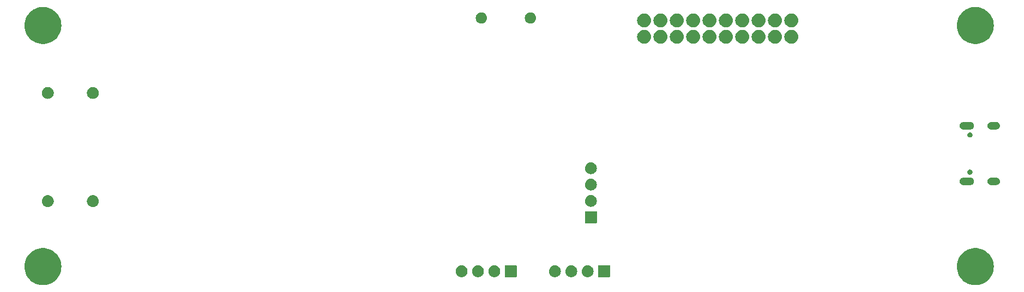
<source format=gbr>
%TF.GenerationSoftware,KiCad,Pcbnew,7.0.8*%
%TF.CreationDate,2024-02-04T20:23:02+01:00*%
%TF.ProjectId,schneidbrett,7363686e-6569-4646-9272-6574742e6b69,rev?*%
%TF.SameCoordinates,Original*%
%TF.FileFunction,Soldermask,Bot*%
%TF.FilePolarity,Negative*%
%FSLAX46Y46*%
G04 Gerber Fmt 4.6, Leading zero omitted, Abs format (unit mm)*
G04 Created by KiCad (PCBNEW 7.0.8) date 2024-02-04 20:23:02*
%MOMM*%
%LPD*%
G01*
G04 APERTURE LIST*
G04 APERTURE END LIST*
G36*
X81779447Y-109732496D02*
G01*
X82104903Y-109809631D01*
X82419205Y-109924027D01*
X82718100Y-110074138D01*
X82997548Y-110257933D01*
X83253768Y-110472928D01*
X83483297Y-110716214D01*
X83683030Y-110984502D01*
X83850266Y-111274164D01*
X83982744Y-111581282D01*
X84078672Y-111901703D01*
X84136752Y-112231094D01*
X84156200Y-112565000D01*
X84136752Y-112898906D01*
X84078672Y-113228297D01*
X83982744Y-113548718D01*
X83850266Y-113855836D01*
X83683030Y-114145498D01*
X83483297Y-114413786D01*
X83253768Y-114657072D01*
X82997548Y-114872067D01*
X82718100Y-115055862D01*
X82419205Y-115205973D01*
X82104903Y-115320369D01*
X81779447Y-115397504D01*
X81447236Y-115436334D01*
X81112764Y-115436334D01*
X80780553Y-115397504D01*
X80455097Y-115320369D01*
X80140795Y-115205973D01*
X79841900Y-115055862D01*
X79562452Y-114872067D01*
X79306232Y-114657072D01*
X79076703Y-114413786D01*
X78876970Y-114145498D01*
X78709734Y-113855836D01*
X78577256Y-113548718D01*
X78481328Y-113228297D01*
X78423248Y-112898906D01*
X78403800Y-112565000D01*
X78423248Y-112231094D01*
X78481328Y-111901703D01*
X78577256Y-111581282D01*
X78709734Y-111274164D01*
X78876970Y-110984502D01*
X79076703Y-110716214D01*
X79306232Y-110472928D01*
X79562452Y-110257933D01*
X79841900Y-110074138D01*
X80140795Y-109924027D01*
X80455097Y-109809631D01*
X80780553Y-109732496D01*
X81112764Y-109693666D01*
X81447236Y-109693666D01*
X81779447Y-109732496D01*
G37*
G36*
X226559447Y-109732496D02*
G01*
X226884903Y-109809631D01*
X227199205Y-109924027D01*
X227498100Y-110074138D01*
X227777548Y-110257933D01*
X228033768Y-110472928D01*
X228263297Y-110716214D01*
X228463030Y-110984502D01*
X228630266Y-111274164D01*
X228762744Y-111581282D01*
X228858672Y-111901703D01*
X228916752Y-112231094D01*
X228936200Y-112565000D01*
X228916752Y-112898906D01*
X228858672Y-113228297D01*
X228762744Y-113548718D01*
X228630266Y-113855836D01*
X228463030Y-114145498D01*
X228263297Y-114413786D01*
X228033768Y-114657072D01*
X227777548Y-114872067D01*
X227498100Y-115055862D01*
X227199205Y-115205973D01*
X226884903Y-115320369D01*
X226559447Y-115397504D01*
X226227236Y-115436334D01*
X225892764Y-115436334D01*
X225560553Y-115397504D01*
X225235097Y-115320369D01*
X224920795Y-115205973D01*
X224621900Y-115055862D01*
X224342452Y-114872067D01*
X224086232Y-114657072D01*
X223856703Y-114413786D01*
X223656970Y-114145498D01*
X223489734Y-113855836D01*
X223357256Y-113548718D01*
X223261328Y-113228297D01*
X223203248Y-112898906D01*
X223183800Y-112565000D01*
X223203248Y-112231094D01*
X223261328Y-111901703D01*
X223357256Y-111581282D01*
X223489734Y-111274164D01*
X223656970Y-110984502D01*
X223856703Y-110716214D01*
X224086232Y-110472928D01*
X224342452Y-110257933D01*
X224621900Y-110074138D01*
X224920795Y-109924027D01*
X225235097Y-109809631D01*
X225560553Y-109732496D01*
X225892764Y-109693666D01*
X226227236Y-109693666D01*
X226559447Y-109732496D01*
G37*
G36*
X154793160Y-112363600D02*
G01*
X154817882Y-112380118D01*
X154834400Y-112404840D01*
X154840200Y-112434000D01*
X154840200Y-114134000D01*
X154834400Y-114163160D01*
X154817882Y-114187882D01*
X154793160Y-114204400D01*
X154764000Y-114210200D01*
X153064000Y-114210200D01*
X153034840Y-114204400D01*
X153010118Y-114187882D01*
X152993600Y-114163160D01*
X152987800Y-114134000D01*
X152987800Y-112434000D01*
X152993600Y-112404840D01*
X153010118Y-112380118D01*
X153034840Y-112363600D01*
X153064000Y-112357800D01*
X154764000Y-112357800D01*
X154793160Y-112363600D01*
G37*
G36*
X169281160Y-112363600D02*
G01*
X169305882Y-112380118D01*
X169322400Y-112404840D01*
X169328200Y-112434000D01*
X169328200Y-114134000D01*
X169322400Y-114163160D01*
X169305882Y-114187882D01*
X169281160Y-114204400D01*
X169252000Y-114210200D01*
X167552000Y-114210200D01*
X167522840Y-114204400D01*
X167498118Y-114187882D01*
X167481600Y-114163160D01*
X167475800Y-114134000D01*
X167475800Y-112434000D01*
X167481600Y-112404840D01*
X167498118Y-112380118D01*
X167522840Y-112363600D01*
X167552000Y-112357800D01*
X169252000Y-112357800D01*
X169281160Y-112363600D01*
G37*
G36*
X146342450Y-112362874D02*
G01*
X146390814Y-112362874D01*
X146432576Y-112371750D01*
X146474633Y-112375893D01*
X146527466Y-112391919D01*
X146580212Y-112403131D01*
X146613964Y-112418158D01*
X146648326Y-112428582D01*
X146702935Y-112457771D01*
X146757100Y-112481887D01*
X146782281Y-112500182D01*
X146808402Y-112514144D01*
X146861682Y-112557870D01*
X146913749Y-112595699D01*
X146930655Y-112614475D01*
X146948708Y-112629291D01*
X146997221Y-112688404D01*
X147043312Y-112739593D01*
X147052994Y-112756363D01*
X147063855Y-112769597D01*
X147104036Y-112844772D01*
X147140126Y-112907281D01*
X147144277Y-112920056D01*
X147149417Y-112929673D01*
X147177757Y-113023098D01*
X147199960Y-113091432D01*
X147200741Y-113098868D01*
X147202106Y-113103366D01*
X147215384Y-113238186D01*
X147220200Y-113284000D01*
X147215384Y-113329817D01*
X147202106Y-113464633D01*
X147200741Y-113469130D01*
X147199960Y-113476568D01*
X147177752Y-113544915D01*
X147149417Y-113638326D01*
X147144277Y-113647940D01*
X147140126Y-113660719D01*
X147104029Y-113723240D01*
X147063855Y-113798402D01*
X147052996Y-113811633D01*
X147043312Y-113828407D01*
X146997212Y-113879606D01*
X146948708Y-113938708D01*
X146930659Y-113953520D01*
X146913749Y-113972301D01*
X146861672Y-114010136D01*
X146808402Y-114053855D01*
X146782286Y-114067813D01*
X146757100Y-114086113D01*
X146702924Y-114110233D01*
X146648326Y-114139417D01*
X146613971Y-114149838D01*
X146580212Y-114164869D01*
X146527455Y-114176082D01*
X146474633Y-114192106D01*
X146432585Y-114196247D01*
X146390814Y-114205126D01*
X146342440Y-114205126D01*
X146294000Y-114209897D01*
X146245560Y-114205126D01*
X146197186Y-114205126D01*
X146155415Y-114196247D01*
X146113366Y-114192106D01*
X146060541Y-114176081D01*
X146007788Y-114164869D01*
X145974031Y-114149839D01*
X145939673Y-114139417D01*
X145885069Y-114110230D01*
X145830900Y-114086113D01*
X145805716Y-114067815D01*
X145779597Y-114053855D01*
X145726319Y-114010130D01*
X145674251Y-113972301D01*
X145657343Y-113953523D01*
X145639291Y-113938708D01*
X145590776Y-113879593D01*
X145544688Y-113828407D01*
X145535006Y-113811637D01*
X145524144Y-113798402D01*
X145483956Y-113723216D01*
X145447874Y-113660719D01*
X145443723Y-113647945D01*
X145438582Y-113638326D01*
X145410232Y-113544869D01*
X145388040Y-113476568D01*
X145387258Y-113469135D01*
X145385893Y-113464633D01*
X145372599Y-113329666D01*
X145367800Y-113284000D01*
X145372599Y-113238337D01*
X145385893Y-113103366D01*
X145387258Y-113098863D01*
X145388040Y-113091432D01*
X145410227Y-113023145D01*
X145438582Y-112929673D01*
X145443724Y-112920052D01*
X145447874Y-112907281D01*
X145483949Y-112844795D01*
X145524144Y-112769597D01*
X145535008Y-112756359D01*
X145544688Y-112739593D01*
X145590767Y-112688416D01*
X145639291Y-112629291D01*
X145657347Y-112614472D01*
X145674251Y-112595699D01*
X145726308Y-112557877D01*
X145779597Y-112514144D01*
X145805721Y-112500180D01*
X145830900Y-112481887D01*
X145885058Y-112457774D01*
X145939673Y-112428582D01*
X145974038Y-112418157D01*
X146007788Y-112403131D01*
X146060530Y-112391920D01*
X146113366Y-112375893D01*
X146155423Y-112371750D01*
X146197186Y-112362874D01*
X146245549Y-112362874D01*
X146294000Y-112358102D01*
X146342450Y-112362874D01*
G37*
G36*
X148882450Y-112362874D02*
G01*
X148930814Y-112362874D01*
X148972576Y-112371750D01*
X149014633Y-112375893D01*
X149067466Y-112391919D01*
X149120212Y-112403131D01*
X149153964Y-112418158D01*
X149188326Y-112428582D01*
X149242935Y-112457771D01*
X149297100Y-112481887D01*
X149322281Y-112500182D01*
X149348402Y-112514144D01*
X149401682Y-112557870D01*
X149453749Y-112595699D01*
X149470655Y-112614475D01*
X149488708Y-112629291D01*
X149537221Y-112688404D01*
X149583312Y-112739593D01*
X149592994Y-112756363D01*
X149603855Y-112769597D01*
X149644036Y-112844772D01*
X149680126Y-112907281D01*
X149684277Y-112920056D01*
X149689417Y-112929673D01*
X149717757Y-113023098D01*
X149739960Y-113091432D01*
X149740741Y-113098868D01*
X149742106Y-113103366D01*
X149755384Y-113238186D01*
X149760200Y-113284000D01*
X149755384Y-113329817D01*
X149742106Y-113464633D01*
X149740741Y-113469130D01*
X149739960Y-113476568D01*
X149717752Y-113544915D01*
X149689417Y-113638326D01*
X149684277Y-113647940D01*
X149680126Y-113660719D01*
X149644029Y-113723240D01*
X149603855Y-113798402D01*
X149592996Y-113811633D01*
X149583312Y-113828407D01*
X149537212Y-113879606D01*
X149488708Y-113938708D01*
X149470659Y-113953520D01*
X149453749Y-113972301D01*
X149401672Y-114010136D01*
X149348402Y-114053855D01*
X149322286Y-114067813D01*
X149297100Y-114086113D01*
X149242924Y-114110233D01*
X149188326Y-114139417D01*
X149153971Y-114149838D01*
X149120212Y-114164869D01*
X149067455Y-114176082D01*
X149014633Y-114192106D01*
X148972585Y-114196247D01*
X148930814Y-114205126D01*
X148882440Y-114205126D01*
X148834000Y-114209897D01*
X148785560Y-114205126D01*
X148737186Y-114205126D01*
X148695415Y-114196247D01*
X148653366Y-114192106D01*
X148600541Y-114176081D01*
X148547788Y-114164869D01*
X148514031Y-114149839D01*
X148479673Y-114139417D01*
X148425069Y-114110230D01*
X148370900Y-114086113D01*
X148345716Y-114067815D01*
X148319597Y-114053855D01*
X148266319Y-114010130D01*
X148214251Y-113972301D01*
X148197343Y-113953523D01*
X148179291Y-113938708D01*
X148130776Y-113879593D01*
X148084688Y-113828407D01*
X148075006Y-113811637D01*
X148064144Y-113798402D01*
X148023956Y-113723216D01*
X147987874Y-113660719D01*
X147983723Y-113647945D01*
X147978582Y-113638326D01*
X147950232Y-113544869D01*
X147928040Y-113476568D01*
X147927258Y-113469135D01*
X147925893Y-113464633D01*
X147912599Y-113329666D01*
X147907800Y-113284000D01*
X147912599Y-113238337D01*
X147925893Y-113103366D01*
X147927258Y-113098863D01*
X147928040Y-113091432D01*
X147950227Y-113023145D01*
X147978582Y-112929673D01*
X147983724Y-112920052D01*
X147987874Y-112907281D01*
X148023949Y-112844795D01*
X148064144Y-112769597D01*
X148075008Y-112756359D01*
X148084688Y-112739593D01*
X148130767Y-112688416D01*
X148179291Y-112629291D01*
X148197347Y-112614472D01*
X148214251Y-112595699D01*
X148266308Y-112557877D01*
X148319597Y-112514144D01*
X148345721Y-112500180D01*
X148370900Y-112481887D01*
X148425058Y-112457774D01*
X148479673Y-112428582D01*
X148514038Y-112418157D01*
X148547788Y-112403131D01*
X148600530Y-112391920D01*
X148653366Y-112375893D01*
X148695423Y-112371750D01*
X148737186Y-112362874D01*
X148785549Y-112362874D01*
X148834000Y-112358102D01*
X148882450Y-112362874D01*
G37*
G36*
X151422450Y-112362874D02*
G01*
X151470814Y-112362874D01*
X151512576Y-112371750D01*
X151554633Y-112375893D01*
X151607466Y-112391919D01*
X151660212Y-112403131D01*
X151693964Y-112418158D01*
X151728326Y-112428582D01*
X151782935Y-112457771D01*
X151837100Y-112481887D01*
X151862281Y-112500182D01*
X151888402Y-112514144D01*
X151941682Y-112557870D01*
X151993749Y-112595699D01*
X152010655Y-112614475D01*
X152028708Y-112629291D01*
X152077221Y-112688404D01*
X152123312Y-112739593D01*
X152132994Y-112756363D01*
X152143855Y-112769597D01*
X152184036Y-112844772D01*
X152220126Y-112907281D01*
X152224277Y-112920056D01*
X152229417Y-112929673D01*
X152257757Y-113023098D01*
X152279960Y-113091432D01*
X152280741Y-113098868D01*
X152282106Y-113103366D01*
X152295384Y-113238186D01*
X152300200Y-113284000D01*
X152295384Y-113329817D01*
X152282106Y-113464633D01*
X152280741Y-113469130D01*
X152279960Y-113476568D01*
X152257752Y-113544915D01*
X152229417Y-113638326D01*
X152224277Y-113647940D01*
X152220126Y-113660719D01*
X152184029Y-113723240D01*
X152143855Y-113798402D01*
X152132996Y-113811633D01*
X152123312Y-113828407D01*
X152077212Y-113879606D01*
X152028708Y-113938708D01*
X152010659Y-113953520D01*
X151993749Y-113972301D01*
X151941672Y-114010136D01*
X151888402Y-114053855D01*
X151862286Y-114067813D01*
X151837100Y-114086113D01*
X151782924Y-114110233D01*
X151728326Y-114139417D01*
X151693971Y-114149838D01*
X151660212Y-114164869D01*
X151607455Y-114176082D01*
X151554633Y-114192106D01*
X151512585Y-114196247D01*
X151470814Y-114205126D01*
X151422440Y-114205126D01*
X151374000Y-114209897D01*
X151325560Y-114205126D01*
X151277186Y-114205126D01*
X151235415Y-114196247D01*
X151193366Y-114192106D01*
X151140541Y-114176081D01*
X151087788Y-114164869D01*
X151054031Y-114149839D01*
X151019673Y-114139417D01*
X150965069Y-114110230D01*
X150910900Y-114086113D01*
X150885716Y-114067815D01*
X150859597Y-114053855D01*
X150806319Y-114010130D01*
X150754251Y-113972301D01*
X150737343Y-113953523D01*
X150719291Y-113938708D01*
X150670776Y-113879593D01*
X150624688Y-113828407D01*
X150615006Y-113811637D01*
X150604144Y-113798402D01*
X150563956Y-113723216D01*
X150527874Y-113660719D01*
X150523723Y-113647945D01*
X150518582Y-113638326D01*
X150490232Y-113544869D01*
X150468040Y-113476568D01*
X150467258Y-113469135D01*
X150465893Y-113464633D01*
X150452599Y-113329666D01*
X150447800Y-113284000D01*
X150452599Y-113238337D01*
X150465893Y-113103366D01*
X150467258Y-113098863D01*
X150468040Y-113091432D01*
X150490227Y-113023145D01*
X150518582Y-112929673D01*
X150523724Y-112920052D01*
X150527874Y-112907281D01*
X150563949Y-112844795D01*
X150604144Y-112769597D01*
X150615008Y-112756359D01*
X150624688Y-112739593D01*
X150670767Y-112688416D01*
X150719291Y-112629291D01*
X150737347Y-112614472D01*
X150754251Y-112595699D01*
X150806308Y-112557877D01*
X150859597Y-112514144D01*
X150885721Y-112500180D01*
X150910900Y-112481887D01*
X150965058Y-112457774D01*
X151019673Y-112428582D01*
X151054038Y-112418157D01*
X151087788Y-112403131D01*
X151140530Y-112391920D01*
X151193366Y-112375893D01*
X151235423Y-112371750D01*
X151277186Y-112362874D01*
X151325549Y-112362874D01*
X151374000Y-112358102D01*
X151422450Y-112362874D01*
G37*
G36*
X160830450Y-112362874D02*
G01*
X160878814Y-112362874D01*
X160920576Y-112371750D01*
X160962633Y-112375893D01*
X161015466Y-112391919D01*
X161068212Y-112403131D01*
X161101964Y-112418158D01*
X161136326Y-112428582D01*
X161190935Y-112457771D01*
X161245100Y-112481887D01*
X161270281Y-112500182D01*
X161296402Y-112514144D01*
X161349682Y-112557870D01*
X161401749Y-112595699D01*
X161418655Y-112614475D01*
X161436708Y-112629291D01*
X161485221Y-112688404D01*
X161531312Y-112739593D01*
X161540994Y-112756363D01*
X161551855Y-112769597D01*
X161592036Y-112844772D01*
X161628126Y-112907281D01*
X161632277Y-112920056D01*
X161637417Y-112929673D01*
X161665757Y-113023098D01*
X161687960Y-113091432D01*
X161688741Y-113098868D01*
X161690106Y-113103366D01*
X161703384Y-113238186D01*
X161708200Y-113284000D01*
X161703384Y-113329817D01*
X161690106Y-113464633D01*
X161688741Y-113469130D01*
X161687960Y-113476568D01*
X161665752Y-113544915D01*
X161637417Y-113638326D01*
X161632277Y-113647940D01*
X161628126Y-113660719D01*
X161592029Y-113723240D01*
X161551855Y-113798402D01*
X161540996Y-113811633D01*
X161531312Y-113828407D01*
X161485212Y-113879606D01*
X161436708Y-113938708D01*
X161418659Y-113953520D01*
X161401749Y-113972301D01*
X161349672Y-114010136D01*
X161296402Y-114053855D01*
X161270286Y-114067813D01*
X161245100Y-114086113D01*
X161190924Y-114110233D01*
X161136326Y-114139417D01*
X161101971Y-114149838D01*
X161068212Y-114164869D01*
X161015455Y-114176082D01*
X160962633Y-114192106D01*
X160920585Y-114196247D01*
X160878814Y-114205126D01*
X160830440Y-114205126D01*
X160782000Y-114209897D01*
X160733560Y-114205126D01*
X160685186Y-114205126D01*
X160643415Y-114196247D01*
X160601366Y-114192106D01*
X160548541Y-114176081D01*
X160495788Y-114164869D01*
X160462031Y-114149839D01*
X160427673Y-114139417D01*
X160373069Y-114110230D01*
X160318900Y-114086113D01*
X160293716Y-114067815D01*
X160267597Y-114053855D01*
X160214319Y-114010130D01*
X160162251Y-113972301D01*
X160145343Y-113953523D01*
X160127291Y-113938708D01*
X160078776Y-113879593D01*
X160032688Y-113828407D01*
X160023006Y-113811637D01*
X160012144Y-113798402D01*
X159971956Y-113723216D01*
X159935874Y-113660719D01*
X159931723Y-113647945D01*
X159926582Y-113638326D01*
X159898232Y-113544869D01*
X159876040Y-113476568D01*
X159875258Y-113469135D01*
X159873893Y-113464633D01*
X159860599Y-113329666D01*
X159855800Y-113284000D01*
X159860599Y-113238337D01*
X159873893Y-113103366D01*
X159875258Y-113098863D01*
X159876040Y-113091432D01*
X159898227Y-113023145D01*
X159926582Y-112929673D01*
X159931724Y-112920052D01*
X159935874Y-112907281D01*
X159971949Y-112844795D01*
X160012144Y-112769597D01*
X160023008Y-112756359D01*
X160032688Y-112739593D01*
X160078767Y-112688416D01*
X160127291Y-112629291D01*
X160145347Y-112614472D01*
X160162251Y-112595699D01*
X160214308Y-112557877D01*
X160267597Y-112514144D01*
X160293721Y-112500180D01*
X160318900Y-112481887D01*
X160373058Y-112457774D01*
X160427673Y-112428582D01*
X160462038Y-112418157D01*
X160495788Y-112403131D01*
X160548530Y-112391920D01*
X160601366Y-112375893D01*
X160643423Y-112371750D01*
X160685186Y-112362874D01*
X160733549Y-112362874D01*
X160782000Y-112358102D01*
X160830450Y-112362874D01*
G37*
G36*
X163370450Y-112362874D02*
G01*
X163418814Y-112362874D01*
X163460576Y-112371750D01*
X163502633Y-112375893D01*
X163555466Y-112391919D01*
X163608212Y-112403131D01*
X163641964Y-112418158D01*
X163676326Y-112428582D01*
X163730935Y-112457771D01*
X163785100Y-112481887D01*
X163810281Y-112500182D01*
X163836402Y-112514144D01*
X163889682Y-112557870D01*
X163941749Y-112595699D01*
X163958655Y-112614475D01*
X163976708Y-112629291D01*
X164025221Y-112688404D01*
X164071312Y-112739593D01*
X164080994Y-112756363D01*
X164091855Y-112769597D01*
X164132036Y-112844772D01*
X164168126Y-112907281D01*
X164172277Y-112920056D01*
X164177417Y-112929673D01*
X164205757Y-113023098D01*
X164227960Y-113091432D01*
X164228741Y-113098868D01*
X164230106Y-113103366D01*
X164243384Y-113238186D01*
X164248200Y-113284000D01*
X164243384Y-113329817D01*
X164230106Y-113464633D01*
X164228741Y-113469130D01*
X164227960Y-113476568D01*
X164205752Y-113544915D01*
X164177417Y-113638326D01*
X164172277Y-113647940D01*
X164168126Y-113660719D01*
X164132029Y-113723240D01*
X164091855Y-113798402D01*
X164080996Y-113811633D01*
X164071312Y-113828407D01*
X164025212Y-113879606D01*
X163976708Y-113938708D01*
X163958659Y-113953520D01*
X163941749Y-113972301D01*
X163889672Y-114010136D01*
X163836402Y-114053855D01*
X163810286Y-114067813D01*
X163785100Y-114086113D01*
X163730924Y-114110233D01*
X163676326Y-114139417D01*
X163641971Y-114149838D01*
X163608212Y-114164869D01*
X163555455Y-114176082D01*
X163502633Y-114192106D01*
X163460585Y-114196247D01*
X163418814Y-114205126D01*
X163370440Y-114205126D01*
X163322000Y-114209897D01*
X163273560Y-114205126D01*
X163225186Y-114205126D01*
X163183415Y-114196247D01*
X163141366Y-114192106D01*
X163088541Y-114176081D01*
X163035788Y-114164869D01*
X163002031Y-114149839D01*
X162967673Y-114139417D01*
X162913069Y-114110230D01*
X162858900Y-114086113D01*
X162833716Y-114067815D01*
X162807597Y-114053855D01*
X162754319Y-114010130D01*
X162702251Y-113972301D01*
X162685343Y-113953523D01*
X162667291Y-113938708D01*
X162618776Y-113879593D01*
X162572688Y-113828407D01*
X162563006Y-113811637D01*
X162552144Y-113798402D01*
X162511956Y-113723216D01*
X162475874Y-113660719D01*
X162471723Y-113647945D01*
X162466582Y-113638326D01*
X162438232Y-113544869D01*
X162416040Y-113476568D01*
X162415258Y-113469135D01*
X162413893Y-113464633D01*
X162400599Y-113329666D01*
X162395800Y-113284000D01*
X162400599Y-113238337D01*
X162413893Y-113103366D01*
X162415258Y-113098863D01*
X162416040Y-113091432D01*
X162438227Y-113023145D01*
X162466582Y-112929673D01*
X162471724Y-112920052D01*
X162475874Y-112907281D01*
X162511949Y-112844795D01*
X162552144Y-112769597D01*
X162563008Y-112756359D01*
X162572688Y-112739593D01*
X162618767Y-112688416D01*
X162667291Y-112629291D01*
X162685347Y-112614472D01*
X162702251Y-112595699D01*
X162754308Y-112557877D01*
X162807597Y-112514144D01*
X162833721Y-112500180D01*
X162858900Y-112481887D01*
X162913058Y-112457774D01*
X162967673Y-112428582D01*
X163002038Y-112418157D01*
X163035788Y-112403131D01*
X163088530Y-112391920D01*
X163141366Y-112375893D01*
X163183423Y-112371750D01*
X163225186Y-112362874D01*
X163273549Y-112362874D01*
X163322000Y-112358102D01*
X163370450Y-112362874D01*
G37*
G36*
X165910450Y-112362874D02*
G01*
X165958814Y-112362874D01*
X166000576Y-112371750D01*
X166042633Y-112375893D01*
X166095466Y-112391919D01*
X166148212Y-112403131D01*
X166181964Y-112418158D01*
X166216326Y-112428582D01*
X166270935Y-112457771D01*
X166325100Y-112481887D01*
X166350281Y-112500182D01*
X166376402Y-112514144D01*
X166429682Y-112557870D01*
X166481749Y-112595699D01*
X166498655Y-112614475D01*
X166516708Y-112629291D01*
X166565221Y-112688404D01*
X166611312Y-112739593D01*
X166620994Y-112756363D01*
X166631855Y-112769597D01*
X166672036Y-112844772D01*
X166708126Y-112907281D01*
X166712277Y-112920056D01*
X166717417Y-112929673D01*
X166745757Y-113023098D01*
X166767960Y-113091432D01*
X166768741Y-113098868D01*
X166770106Y-113103366D01*
X166783384Y-113238186D01*
X166788200Y-113284000D01*
X166783384Y-113329817D01*
X166770106Y-113464633D01*
X166768741Y-113469130D01*
X166767960Y-113476568D01*
X166745752Y-113544915D01*
X166717417Y-113638326D01*
X166712277Y-113647940D01*
X166708126Y-113660719D01*
X166672029Y-113723240D01*
X166631855Y-113798402D01*
X166620996Y-113811633D01*
X166611312Y-113828407D01*
X166565212Y-113879606D01*
X166516708Y-113938708D01*
X166498659Y-113953520D01*
X166481749Y-113972301D01*
X166429672Y-114010136D01*
X166376402Y-114053855D01*
X166350286Y-114067813D01*
X166325100Y-114086113D01*
X166270924Y-114110233D01*
X166216326Y-114139417D01*
X166181971Y-114149838D01*
X166148212Y-114164869D01*
X166095455Y-114176082D01*
X166042633Y-114192106D01*
X166000585Y-114196247D01*
X165958814Y-114205126D01*
X165910440Y-114205126D01*
X165862000Y-114209897D01*
X165813560Y-114205126D01*
X165765186Y-114205126D01*
X165723415Y-114196247D01*
X165681366Y-114192106D01*
X165628541Y-114176081D01*
X165575788Y-114164869D01*
X165542031Y-114149839D01*
X165507673Y-114139417D01*
X165453069Y-114110230D01*
X165398900Y-114086113D01*
X165373716Y-114067815D01*
X165347597Y-114053855D01*
X165294319Y-114010130D01*
X165242251Y-113972301D01*
X165225343Y-113953523D01*
X165207291Y-113938708D01*
X165158776Y-113879593D01*
X165112688Y-113828407D01*
X165103006Y-113811637D01*
X165092144Y-113798402D01*
X165051956Y-113723216D01*
X165015874Y-113660719D01*
X165011723Y-113647945D01*
X165006582Y-113638326D01*
X164978232Y-113544869D01*
X164956040Y-113476568D01*
X164955258Y-113469135D01*
X164953893Y-113464633D01*
X164940599Y-113329666D01*
X164935800Y-113284000D01*
X164940599Y-113238337D01*
X164953893Y-113103366D01*
X164955258Y-113098863D01*
X164956040Y-113091432D01*
X164978227Y-113023145D01*
X165006582Y-112929673D01*
X165011724Y-112920052D01*
X165015874Y-112907281D01*
X165051949Y-112844795D01*
X165092144Y-112769597D01*
X165103008Y-112756359D01*
X165112688Y-112739593D01*
X165158767Y-112688416D01*
X165207291Y-112629291D01*
X165225347Y-112614472D01*
X165242251Y-112595699D01*
X165294308Y-112557877D01*
X165347597Y-112514144D01*
X165373721Y-112500180D01*
X165398900Y-112481887D01*
X165453058Y-112457774D01*
X165507673Y-112428582D01*
X165542038Y-112418157D01*
X165575788Y-112403131D01*
X165628530Y-112391920D01*
X165681366Y-112375893D01*
X165723423Y-112371750D01*
X165765186Y-112362874D01*
X165813549Y-112362874D01*
X165862000Y-112358102D01*
X165910450Y-112362874D01*
G37*
G36*
X167249160Y-103971600D02*
G01*
X167273882Y-103988118D01*
X167290400Y-104012840D01*
X167296200Y-104042000D01*
X167296200Y-105742000D01*
X167290400Y-105771160D01*
X167273882Y-105795882D01*
X167249160Y-105812400D01*
X167220000Y-105818200D01*
X165520000Y-105818200D01*
X165490840Y-105812400D01*
X165466118Y-105795882D01*
X165449600Y-105771160D01*
X165443800Y-105742000D01*
X165443800Y-104042000D01*
X165449600Y-104012840D01*
X165466118Y-103988118D01*
X165490840Y-103971600D01*
X165520000Y-103965800D01*
X167220000Y-103965800D01*
X167249160Y-103971600D01*
G37*
G36*
X82083450Y-101458874D02*
G01*
X82131814Y-101458874D01*
X82173576Y-101467750D01*
X82215633Y-101471893D01*
X82268466Y-101487919D01*
X82321212Y-101499131D01*
X82354964Y-101514158D01*
X82389326Y-101524582D01*
X82443935Y-101553771D01*
X82498100Y-101577887D01*
X82523281Y-101596182D01*
X82549402Y-101610144D01*
X82602682Y-101653870D01*
X82654749Y-101691699D01*
X82671655Y-101710475D01*
X82689708Y-101725291D01*
X82738221Y-101784404D01*
X82784312Y-101835593D01*
X82793994Y-101852363D01*
X82804855Y-101865597D01*
X82845036Y-101940772D01*
X82881126Y-102003281D01*
X82885277Y-102016056D01*
X82890417Y-102025673D01*
X82918757Y-102119098D01*
X82940960Y-102187432D01*
X82941741Y-102194868D01*
X82943106Y-102199366D01*
X82956384Y-102334186D01*
X82961200Y-102380000D01*
X82956384Y-102425817D01*
X82943106Y-102560633D01*
X82941741Y-102565130D01*
X82940960Y-102572568D01*
X82918752Y-102640915D01*
X82890417Y-102734326D01*
X82885277Y-102743940D01*
X82881126Y-102756719D01*
X82845029Y-102819240D01*
X82804855Y-102894402D01*
X82793996Y-102907633D01*
X82784312Y-102924407D01*
X82738212Y-102975606D01*
X82689708Y-103034708D01*
X82671659Y-103049520D01*
X82654749Y-103068301D01*
X82602672Y-103106136D01*
X82549402Y-103149855D01*
X82523286Y-103163813D01*
X82498100Y-103182113D01*
X82443924Y-103206233D01*
X82389326Y-103235417D01*
X82354971Y-103245838D01*
X82321212Y-103260869D01*
X82268455Y-103272082D01*
X82215633Y-103288106D01*
X82173585Y-103292247D01*
X82131814Y-103301126D01*
X82083440Y-103301126D01*
X82035000Y-103305897D01*
X81986560Y-103301126D01*
X81938186Y-103301126D01*
X81896415Y-103292247D01*
X81854366Y-103288106D01*
X81801541Y-103272081D01*
X81748788Y-103260869D01*
X81715031Y-103245839D01*
X81680673Y-103235417D01*
X81626069Y-103206230D01*
X81571900Y-103182113D01*
X81546716Y-103163815D01*
X81520597Y-103149855D01*
X81467319Y-103106130D01*
X81415251Y-103068301D01*
X81398343Y-103049523D01*
X81380291Y-103034708D01*
X81331776Y-102975593D01*
X81285688Y-102924407D01*
X81276006Y-102907637D01*
X81265144Y-102894402D01*
X81224956Y-102819216D01*
X81188874Y-102756719D01*
X81184723Y-102743945D01*
X81179582Y-102734326D01*
X81151232Y-102640869D01*
X81129040Y-102572568D01*
X81128258Y-102565135D01*
X81126893Y-102560633D01*
X81113599Y-102425666D01*
X81108800Y-102380000D01*
X81113599Y-102334337D01*
X81126893Y-102199366D01*
X81128258Y-102194863D01*
X81129040Y-102187432D01*
X81151227Y-102119145D01*
X81179582Y-102025673D01*
X81184724Y-102016052D01*
X81188874Y-102003281D01*
X81224949Y-101940795D01*
X81265144Y-101865597D01*
X81276008Y-101852359D01*
X81285688Y-101835593D01*
X81331767Y-101784416D01*
X81380291Y-101725291D01*
X81398347Y-101710472D01*
X81415251Y-101691699D01*
X81467308Y-101653877D01*
X81520597Y-101610144D01*
X81546721Y-101596180D01*
X81571900Y-101577887D01*
X81626058Y-101553774D01*
X81680673Y-101524582D01*
X81715038Y-101514157D01*
X81748788Y-101499131D01*
X81801530Y-101487920D01*
X81854366Y-101471893D01*
X81896423Y-101467750D01*
X81938186Y-101458874D01*
X81986549Y-101458874D01*
X82035000Y-101454102D01*
X82083450Y-101458874D01*
G37*
G36*
X89083450Y-101458874D02*
G01*
X89131814Y-101458874D01*
X89173576Y-101467750D01*
X89215633Y-101471893D01*
X89268466Y-101487919D01*
X89321212Y-101499131D01*
X89354964Y-101514158D01*
X89389326Y-101524582D01*
X89443935Y-101553771D01*
X89498100Y-101577887D01*
X89523281Y-101596182D01*
X89549402Y-101610144D01*
X89602682Y-101653870D01*
X89654749Y-101691699D01*
X89671655Y-101710475D01*
X89689708Y-101725291D01*
X89738221Y-101784404D01*
X89784312Y-101835593D01*
X89793994Y-101852363D01*
X89804855Y-101865597D01*
X89845036Y-101940772D01*
X89881126Y-102003281D01*
X89885277Y-102016056D01*
X89890417Y-102025673D01*
X89918757Y-102119098D01*
X89940960Y-102187432D01*
X89941741Y-102194868D01*
X89943106Y-102199366D01*
X89956384Y-102334186D01*
X89961200Y-102380000D01*
X89956384Y-102425817D01*
X89943106Y-102560633D01*
X89941741Y-102565130D01*
X89940960Y-102572568D01*
X89918752Y-102640915D01*
X89890417Y-102734326D01*
X89885277Y-102743940D01*
X89881126Y-102756719D01*
X89845029Y-102819240D01*
X89804855Y-102894402D01*
X89793996Y-102907633D01*
X89784312Y-102924407D01*
X89738212Y-102975606D01*
X89689708Y-103034708D01*
X89671659Y-103049520D01*
X89654749Y-103068301D01*
X89602672Y-103106136D01*
X89549402Y-103149855D01*
X89523286Y-103163813D01*
X89498100Y-103182113D01*
X89443924Y-103206233D01*
X89389326Y-103235417D01*
X89354971Y-103245838D01*
X89321212Y-103260869D01*
X89268455Y-103272082D01*
X89215633Y-103288106D01*
X89173585Y-103292247D01*
X89131814Y-103301126D01*
X89083440Y-103301126D01*
X89035000Y-103305897D01*
X88986560Y-103301126D01*
X88938186Y-103301126D01*
X88896415Y-103292247D01*
X88854366Y-103288106D01*
X88801541Y-103272081D01*
X88748788Y-103260869D01*
X88715031Y-103245839D01*
X88680673Y-103235417D01*
X88626069Y-103206230D01*
X88571900Y-103182113D01*
X88546716Y-103163815D01*
X88520597Y-103149855D01*
X88467319Y-103106130D01*
X88415251Y-103068301D01*
X88398343Y-103049523D01*
X88380291Y-103034708D01*
X88331776Y-102975593D01*
X88285688Y-102924407D01*
X88276006Y-102907637D01*
X88265144Y-102894402D01*
X88224956Y-102819216D01*
X88188874Y-102756719D01*
X88184723Y-102743945D01*
X88179582Y-102734326D01*
X88151232Y-102640869D01*
X88129040Y-102572568D01*
X88128258Y-102565135D01*
X88126893Y-102560633D01*
X88113599Y-102425666D01*
X88108800Y-102380000D01*
X88113599Y-102334337D01*
X88126893Y-102199366D01*
X88128258Y-102194863D01*
X88129040Y-102187432D01*
X88151227Y-102119145D01*
X88179582Y-102025673D01*
X88184724Y-102016052D01*
X88188874Y-102003281D01*
X88224949Y-101940795D01*
X88265144Y-101865597D01*
X88276008Y-101852359D01*
X88285688Y-101835593D01*
X88331767Y-101784416D01*
X88380291Y-101725291D01*
X88398347Y-101710472D01*
X88415251Y-101691699D01*
X88467308Y-101653877D01*
X88520597Y-101610144D01*
X88546721Y-101596180D01*
X88571900Y-101577887D01*
X88626058Y-101553774D01*
X88680673Y-101524582D01*
X88715038Y-101514157D01*
X88748788Y-101499131D01*
X88801530Y-101487920D01*
X88854366Y-101471893D01*
X88896423Y-101467750D01*
X88938186Y-101458874D01*
X88986549Y-101458874D01*
X89035000Y-101454102D01*
X89083450Y-101458874D01*
G37*
G36*
X166418450Y-101430874D02*
G01*
X166466814Y-101430874D01*
X166508576Y-101439750D01*
X166550633Y-101443893D01*
X166603466Y-101459919D01*
X166656212Y-101471131D01*
X166689964Y-101486158D01*
X166724326Y-101496582D01*
X166778935Y-101525771D01*
X166833100Y-101549887D01*
X166858281Y-101568182D01*
X166884402Y-101582144D01*
X166937682Y-101625870D01*
X166989749Y-101663699D01*
X167006655Y-101682475D01*
X167024708Y-101697291D01*
X167073221Y-101756404D01*
X167119312Y-101807593D01*
X167128994Y-101824363D01*
X167139855Y-101837597D01*
X167180036Y-101912772D01*
X167216126Y-101975281D01*
X167220277Y-101988056D01*
X167225417Y-101997673D01*
X167253757Y-102091098D01*
X167275960Y-102159432D01*
X167276741Y-102166868D01*
X167278106Y-102171366D01*
X167291384Y-102306186D01*
X167296200Y-102352000D01*
X167291384Y-102397817D01*
X167278106Y-102532633D01*
X167276741Y-102537130D01*
X167275960Y-102544568D01*
X167253752Y-102612915D01*
X167225417Y-102706326D01*
X167220277Y-102715940D01*
X167216126Y-102728719D01*
X167180029Y-102791240D01*
X167139855Y-102866402D01*
X167128996Y-102879633D01*
X167119312Y-102896407D01*
X167073212Y-102947606D01*
X167024708Y-103006708D01*
X167006659Y-103021520D01*
X166989749Y-103040301D01*
X166937672Y-103078136D01*
X166884402Y-103121855D01*
X166858286Y-103135813D01*
X166833100Y-103154113D01*
X166778924Y-103178233D01*
X166724326Y-103207417D01*
X166689971Y-103217838D01*
X166656212Y-103232869D01*
X166603455Y-103244082D01*
X166550633Y-103260106D01*
X166508585Y-103264247D01*
X166466814Y-103273126D01*
X166418440Y-103273126D01*
X166370000Y-103277897D01*
X166321560Y-103273126D01*
X166273186Y-103273126D01*
X166231415Y-103264247D01*
X166189366Y-103260106D01*
X166136541Y-103244081D01*
X166083788Y-103232869D01*
X166050031Y-103217839D01*
X166015673Y-103207417D01*
X165961069Y-103178230D01*
X165906900Y-103154113D01*
X165881716Y-103135815D01*
X165855597Y-103121855D01*
X165802319Y-103078130D01*
X165750251Y-103040301D01*
X165733343Y-103021523D01*
X165715291Y-103006708D01*
X165666776Y-102947593D01*
X165620688Y-102896407D01*
X165611006Y-102879637D01*
X165600144Y-102866402D01*
X165559956Y-102791216D01*
X165523874Y-102728719D01*
X165519723Y-102715945D01*
X165514582Y-102706326D01*
X165486232Y-102612869D01*
X165464040Y-102544568D01*
X165463258Y-102537135D01*
X165461893Y-102532633D01*
X165448599Y-102397666D01*
X165443800Y-102352000D01*
X165448599Y-102306337D01*
X165461893Y-102171366D01*
X165463258Y-102166863D01*
X165464040Y-102159432D01*
X165486227Y-102091145D01*
X165514582Y-101997673D01*
X165519724Y-101988052D01*
X165523874Y-101975281D01*
X165559949Y-101912795D01*
X165600144Y-101837597D01*
X165611008Y-101824359D01*
X165620688Y-101807593D01*
X165666767Y-101756416D01*
X165715291Y-101697291D01*
X165733347Y-101682472D01*
X165750251Y-101663699D01*
X165802308Y-101625877D01*
X165855597Y-101582144D01*
X165881721Y-101568180D01*
X165906900Y-101549887D01*
X165961058Y-101525774D01*
X166015673Y-101496582D01*
X166050038Y-101486157D01*
X166083788Y-101471131D01*
X166136530Y-101459920D01*
X166189366Y-101443893D01*
X166231423Y-101439750D01*
X166273186Y-101430874D01*
X166321549Y-101430874D01*
X166370000Y-101426102D01*
X166418450Y-101430874D01*
G37*
G36*
X166418450Y-98890874D02*
G01*
X166466814Y-98890874D01*
X166508576Y-98899750D01*
X166550633Y-98903893D01*
X166603466Y-98919919D01*
X166656212Y-98931131D01*
X166689964Y-98946158D01*
X166724326Y-98956582D01*
X166778935Y-98985771D01*
X166833100Y-99009887D01*
X166858281Y-99028182D01*
X166884402Y-99042144D01*
X166937682Y-99085870D01*
X166989749Y-99123699D01*
X167006655Y-99142475D01*
X167024708Y-99157291D01*
X167073221Y-99216404D01*
X167119312Y-99267593D01*
X167128994Y-99284363D01*
X167139855Y-99297597D01*
X167180036Y-99372772D01*
X167216126Y-99435281D01*
X167220277Y-99448056D01*
X167225417Y-99457673D01*
X167253757Y-99551098D01*
X167275960Y-99619432D01*
X167276741Y-99626868D01*
X167278106Y-99631366D01*
X167291384Y-99766186D01*
X167296200Y-99812000D01*
X167291384Y-99857817D01*
X167278106Y-99992633D01*
X167276741Y-99997130D01*
X167275960Y-100004568D01*
X167253752Y-100072915D01*
X167225417Y-100166326D01*
X167220277Y-100175940D01*
X167216126Y-100188719D01*
X167180029Y-100251240D01*
X167139855Y-100326402D01*
X167128996Y-100339633D01*
X167119312Y-100356407D01*
X167073212Y-100407606D01*
X167024708Y-100466708D01*
X167006659Y-100481520D01*
X166989749Y-100500301D01*
X166937672Y-100538136D01*
X166884402Y-100581855D01*
X166858286Y-100595813D01*
X166833100Y-100614113D01*
X166778924Y-100638233D01*
X166724326Y-100667417D01*
X166689971Y-100677838D01*
X166656212Y-100692869D01*
X166603455Y-100704082D01*
X166550633Y-100720106D01*
X166508585Y-100724247D01*
X166466814Y-100733126D01*
X166418440Y-100733126D01*
X166370000Y-100737897D01*
X166321560Y-100733126D01*
X166273186Y-100733126D01*
X166231415Y-100724247D01*
X166189366Y-100720106D01*
X166136541Y-100704081D01*
X166083788Y-100692869D01*
X166050031Y-100677839D01*
X166015673Y-100667417D01*
X165961069Y-100638230D01*
X165906900Y-100614113D01*
X165881716Y-100595815D01*
X165855597Y-100581855D01*
X165802319Y-100538130D01*
X165750251Y-100500301D01*
X165733343Y-100481523D01*
X165715291Y-100466708D01*
X165666776Y-100407593D01*
X165620688Y-100356407D01*
X165611006Y-100339637D01*
X165600144Y-100326402D01*
X165559956Y-100251216D01*
X165523874Y-100188719D01*
X165519723Y-100175945D01*
X165514582Y-100166326D01*
X165486232Y-100072869D01*
X165464040Y-100004568D01*
X165463258Y-99997135D01*
X165461893Y-99992633D01*
X165448599Y-99857666D01*
X165443800Y-99812000D01*
X165448599Y-99766337D01*
X165461893Y-99631366D01*
X165463258Y-99626863D01*
X165464040Y-99619432D01*
X165486227Y-99551145D01*
X165514582Y-99457673D01*
X165519724Y-99448052D01*
X165523874Y-99435281D01*
X165559949Y-99372795D01*
X165600144Y-99297597D01*
X165611008Y-99284359D01*
X165620688Y-99267593D01*
X165666767Y-99216416D01*
X165715291Y-99157291D01*
X165733347Y-99142472D01*
X165750251Y-99123699D01*
X165802308Y-99085877D01*
X165855597Y-99042144D01*
X165881721Y-99028180D01*
X165906900Y-99009887D01*
X165961058Y-98985774D01*
X166015673Y-98956582D01*
X166050038Y-98946157D01*
X166083788Y-98931131D01*
X166136530Y-98919920D01*
X166189366Y-98903893D01*
X166231423Y-98899750D01*
X166273186Y-98890874D01*
X166321549Y-98890874D01*
X166370000Y-98886102D01*
X166418450Y-98890874D01*
G37*
G36*
X225284801Y-98740037D02*
G01*
X225353233Y-98744342D01*
X225390838Y-98753997D01*
X225432132Y-98759434D01*
X225464942Y-98773024D01*
X225494930Y-98780724D01*
X225529763Y-98799873D01*
X225571100Y-98816996D01*
X225596853Y-98836757D01*
X225621389Y-98850246D01*
X225652475Y-98879437D01*
X225690435Y-98908565D01*
X225708334Y-98931891D01*
X225726585Y-98949030D01*
X225750972Y-98987459D01*
X225782004Y-99027900D01*
X225792090Y-99052251D01*
X225803912Y-99070879D01*
X225818852Y-99116859D01*
X225839566Y-99166868D01*
X225842607Y-99189972D01*
X225848505Y-99208122D01*
X225851715Y-99259153D01*
X225859200Y-99316000D01*
X225856556Y-99336082D01*
X225857567Y-99352149D01*
X225847477Y-99405037D01*
X225839566Y-99465132D01*
X225832981Y-99481028D01*
X225830526Y-99493900D01*
X225806511Y-99544933D01*
X225782004Y-99604100D01*
X225773382Y-99615335D01*
X225769081Y-99624477D01*
X225731637Y-99669738D01*
X225690435Y-99723435D01*
X225681622Y-99730196D01*
X225677095Y-99735670D01*
X225628086Y-99771276D01*
X225571100Y-99815004D01*
X225563658Y-99818086D01*
X225560346Y-99820493D01*
X225503772Y-99842891D01*
X225432132Y-99872566D01*
X225427174Y-99873218D01*
X225426171Y-99873616D01*
X225376330Y-99879912D01*
X225283000Y-99892200D01*
X225279069Y-99892200D01*
X224184969Y-99892200D01*
X224183000Y-99892200D01*
X224181197Y-99891962D01*
X224112766Y-99887657D01*
X224075167Y-99878003D01*
X224033868Y-99872566D01*
X224001052Y-99858973D01*
X223971069Y-99851275D01*
X223936240Y-99832127D01*
X223894900Y-99815004D01*
X223869144Y-99795240D01*
X223844610Y-99781753D01*
X223813525Y-99752562D01*
X223775565Y-99723435D01*
X223757665Y-99700108D01*
X223739414Y-99682969D01*
X223715025Y-99644537D01*
X223683996Y-99604100D01*
X223673910Y-99579750D01*
X223662087Y-99561120D01*
X223647144Y-99515132D01*
X223626434Y-99465132D01*
X223623392Y-99442031D01*
X223617494Y-99423877D01*
X223614282Y-99372833D01*
X223606800Y-99316000D01*
X223609443Y-99295922D01*
X223608432Y-99279850D01*
X223618524Y-99226941D01*
X223626434Y-99166868D01*
X223633016Y-99150976D01*
X223635473Y-99138099D01*
X223659499Y-99087039D01*
X223683996Y-99027900D01*
X223692613Y-99016669D01*
X223696918Y-99007522D01*
X223734385Y-98962231D01*
X223775565Y-98908565D01*
X223784372Y-98901806D01*
X223788904Y-98896329D01*
X223837956Y-98860690D01*
X223894900Y-98816996D01*
X223902336Y-98813915D01*
X223905653Y-98811506D01*
X223962304Y-98789076D01*
X224033868Y-98759434D01*
X224038820Y-98758782D01*
X224039828Y-98758383D01*
X224089809Y-98752069D01*
X224183000Y-98739800D01*
X225283000Y-98739800D01*
X225284801Y-98740037D01*
G37*
G36*
X229314801Y-98740037D02*
G01*
X229383233Y-98744342D01*
X229420838Y-98753997D01*
X229462132Y-98759434D01*
X229494942Y-98773024D01*
X229524930Y-98780724D01*
X229559763Y-98799873D01*
X229601100Y-98816996D01*
X229626853Y-98836757D01*
X229651389Y-98850246D01*
X229682475Y-98879437D01*
X229720435Y-98908565D01*
X229738334Y-98931891D01*
X229756585Y-98949030D01*
X229780972Y-98987459D01*
X229812004Y-99027900D01*
X229822090Y-99052251D01*
X229833912Y-99070879D01*
X229848852Y-99116859D01*
X229869566Y-99166868D01*
X229872607Y-99189972D01*
X229878505Y-99208122D01*
X229881715Y-99259153D01*
X229889200Y-99316000D01*
X229886556Y-99336082D01*
X229887567Y-99352149D01*
X229877477Y-99405037D01*
X229869566Y-99465132D01*
X229862981Y-99481028D01*
X229860526Y-99493900D01*
X229836511Y-99544933D01*
X229812004Y-99604100D01*
X229803382Y-99615335D01*
X229799081Y-99624477D01*
X229761637Y-99669738D01*
X229720435Y-99723435D01*
X229711622Y-99730196D01*
X229707095Y-99735670D01*
X229658086Y-99771276D01*
X229601100Y-99815004D01*
X229593658Y-99818086D01*
X229590346Y-99820493D01*
X229533772Y-99842891D01*
X229462132Y-99872566D01*
X229457174Y-99873218D01*
X229456171Y-99873616D01*
X229406330Y-99879912D01*
X229313000Y-99892200D01*
X229309069Y-99892200D01*
X228514969Y-99892200D01*
X228513000Y-99892200D01*
X228511197Y-99891962D01*
X228442766Y-99887657D01*
X228405167Y-99878003D01*
X228363868Y-99872566D01*
X228331052Y-99858973D01*
X228301069Y-99851275D01*
X228266240Y-99832127D01*
X228224900Y-99815004D01*
X228199144Y-99795240D01*
X228174610Y-99781753D01*
X228143525Y-99752562D01*
X228105565Y-99723435D01*
X228087665Y-99700108D01*
X228069414Y-99682969D01*
X228045025Y-99644537D01*
X228013996Y-99604100D01*
X228003910Y-99579750D01*
X227992087Y-99561120D01*
X227977144Y-99515132D01*
X227956434Y-99465132D01*
X227953392Y-99442031D01*
X227947494Y-99423877D01*
X227944282Y-99372833D01*
X227936800Y-99316000D01*
X227939443Y-99295922D01*
X227938432Y-99279850D01*
X227948524Y-99226941D01*
X227956434Y-99166868D01*
X227963016Y-99150976D01*
X227965473Y-99138099D01*
X227989499Y-99087039D01*
X228013996Y-99027900D01*
X228022613Y-99016669D01*
X228026918Y-99007522D01*
X228064385Y-98962231D01*
X228105565Y-98908565D01*
X228114372Y-98901806D01*
X228118904Y-98896329D01*
X228167956Y-98860690D01*
X228224900Y-98816996D01*
X228232336Y-98813915D01*
X228235653Y-98811506D01*
X228292304Y-98789076D01*
X228363868Y-98759434D01*
X228368820Y-98758782D01*
X228369828Y-98758383D01*
X228419809Y-98752069D01*
X228513000Y-98739800D01*
X229313000Y-98739800D01*
X229314801Y-98740037D01*
G37*
G36*
X225262801Y-97489520D02*
G01*
X225290006Y-97489520D01*
X225321865Y-97498874D01*
X225356978Y-97504436D01*
X225378972Y-97515642D01*
X225399397Y-97521640D01*
X225432520Y-97542926D01*
X225468819Y-97561422D01*
X225482342Y-97574945D01*
X225495310Y-97583279D01*
X225525389Y-97617992D01*
X225557578Y-97650181D01*
X225563711Y-97662218D01*
X225569969Y-97669440D01*
X225592247Y-97718224D01*
X225614564Y-97762022D01*
X225615792Y-97769780D01*
X225617331Y-97773149D01*
X225627224Y-97841960D01*
X225634200Y-97886000D01*
X225627224Y-97930043D01*
X225617331Y-97998850D01*
X225615793Y-98002217D01*
X225614564Y-98009978D01*
X225592243Y-98053784D01*
X225569969Y-98102559D01*
X225563712Y-98109779D01*
X225557578Y-98121819D01*
X225525382Y-98154014D01*
X225495310Y-98188720D01*
X225482344Y-98197052D01*
X225468819Y-98210578D01*
X225432512Y-98229077D01*
X225399397Y-98250359D01*
X225378976Y-98256355D01*
X225356978Y-98267564D01*
X225321863Y-98273125D01*
X225290006Y-98282480D01*
X225262801Y-98282480D01*
X225233000Y-98287200D01*
X225203199Y-98282480D01*
X225175994Y-98282480D01*
X225144135Y-98273125D01*
X225109022Y-98267564D01*
X225087024Y-98256355D01*
X225066602Y-98250359D01*
X225033482Y-98229074D01*
X224997181Y-98210578D01*
X224983656Y-98197053D01*
X224970689Y-98188720D01*
X224940609Y-98154006D01*
X224908422Y-98121819D01*
X224902288Y-98109782D01*
X224896030Y-98102559D01*
X224873746Y-98053765D01*
X224851436Y-98009978D01*
X224850207Y-98002220D01*
X224848668Y-97998850D01*
X224838764Y-97929975D01*
X224831800Y-97886000D01*
X224838764Y-97842028D01*
X224848668Y-97773149D01*
X224850207Y-97769777D01*
X224851436Y-97762022D01*
X224873742Y-97718243D01*
X224896030Y-97669440D01*
X224902290Y-97662215D01*
X224908422Y-97650181D01*
X224940603Y-97617999D01*
X224970689Y-97583279D01*
X224983659Y-97574943D01*
X224997181Y-97561422D01*
X225033475Y-97542929D01*
X225066602Y-97521640D01*
X225087028Y-97515642D01*
X225109022Y-97504436D01*
X225144133Y-97498874D01*
X225175994Y-97489520D01*
X225203199Y-97489520D01*
X225233000Y-97484800D01*
X225262801Y-97489520D01*
G37*
G36*
X166418450Y-96350874D02*
G01*
X166466814Y-96350874D01*
X166508576Y-96359750D01*
X166550633Y-96363893D01*
X166603466Y-96379919D01*
X166656212Y-96391131D01*
X166689964Y-96406158D01*
X166724326Y-96416582D01*
X166778935Y-96445771D01*
X166833100Y-96469887D01*
X166858281Y-96488182D01*
X166884402Y-96502144D01*
X166937682Y-96545870D01*
X166989749Y-96583699D01*
X167006655Y-96602475D01*
X167024708Y-96617291D01*
X167073221Y-96676404D01*
X167119312Y-96727593D01*
X167128994Y-96744363D01*
X167139855Y-96757597D01*
X167180036Y-96832772D01*
X167216126Y-96895281D01*
X167220277Y-96908056D01*
X167225417Y-96917673D01*
X167253757Y-97011098D01*
X167275960Y-97079432D01*
X167276741Y-97086868D01*
X167278106Y-97091366D01*
X167291384Y-97226186D01*
X167296200Y-97272000D01*
X167291384Y-97317817D01*
X167278106Y-97452633D01*
X167276741Y-97457130D01*
X167275960Y-97464568D01*
X167253752Y-97532915D01*
X167225417Y-97626326D01*
X167220277Y-97635940D01*
X167216126Y-97648719D01*
X167180029Y-97711240D01*
X167139855Y-97786402D01*
X167128996Y-97799633D01*
X167119312Y-97816407D01*
X167073212Y-97867606D01*
X167024708Y-97926708D01*
X167006659Y-97941520D01*
X166989749Y-97960301D01*
X166937672Y-97998136D01*
X166884402Y-98041855D01*
X166858286Y-98055813D01*
X166833100Y-98074113D01*
X166778924Y-98098233D01*
X166724326Y-98127417D01*
X166689971Y-98137838D01*
X166656212Y-98152869D01*
X166603455Y-98164082D01*
X166550633Y-98180106D01*
X166508585Y-98184247D01*
X166466814Y-98193126D01*
X166418440Y-98193126D01*
X166370000Y-98197897D01*
X166321560Y-98193126D01*
X166273186Y-98193126D01*
X166231415Y-98184247D01*
X166189366Y-98180106D01*
X166136541Y-98164081D01*
X166083788Y-98152869D01*
X166050031Y-98137839D01*
X166015673Y-98127417D01*
X165961069Y-98098230D01*
X165906900Y-98074113D01*
X165881716Y-98055815D01*
X165855597Y-98041855D01*
X165802319Y-97998130D01*
X165750251Y-97960301D01*
X165733343Y-97941523D01*
X165715291Y-97926708D01*
X165666776Y-97867593D01*
X165620688Y-97816407D01*
X165611006Y-97799637D01*
X165600144Y-97786402D01*
X165559956Y-97711216D01*
X165523874Y-97648719D01*
X165519723Y-97635945D01*
X165514582Y-97626326D01*
X165486232Y-97532869D01*
X165464040Y-97464568D01*
X165463258Y-97457135D01*
X165461893Y-97452633D01*
X165448599Y-97317666D01*
X165443800Y-97272000D01*
X165448599Y-97226337D01*
X165461893Y-97091366D01*
X165463258Y-97086863D01*
X165464040Y-97079432D01*
X165486227Y-97011145D01*
X165514582Y-96917673D01*
X165519724Y-96908052D01*
X165523874Y-96895281D01*
X165559949Y-96832795D01*
X165600144Y-96757597D01*
X165611008Y-96744359D01*
X165620688Y-96727593D01*
X165666767Y-96676416D01*
X165715291Y-96617291D01*
X165733347Y-96602472D01*
X165750251Y-96583699D01*
X165802308Y-96545877D01*
X165855597Y-96502144D01*
X165881721Y-96488180D01*
X165906900Y-96469887D01*
X165961058Y-96445774D01*
X166015673Y-96416582D01*
X166050038Y-96406157D01*
X166083788Y-96391131D01*
X166136530Y-96379920D01*
X166189366Y-96363893D01*
X166231423Y-96359750D01*
X166273186Y-96350874D01*
X166321549Y-96350874D01*
X166370000Y-96346102D01*
X166418450Y-96350874D01*
G37*
G36*
X225262801Y-91709520D02*
G01*
X225290006Y-91709520D01*
X225321865Y-91718874D01*
X225356978Y-91724436D01*
X225378972Y-91735642D01*
X225399397Y-91741640D01*
X225432520Y-91762926D01*
X225468819Y-91781422D01*
X225482342Y-91794945D01*
X225495310Y-91803279D01*
X225525389Y-91837992D01*
X225557578Y-91870181D01*
X225563711Y-91882218D01*
X225569969Y-91889440D01*
X225592247Y-91938224D01*
X225614564Y-91982022D01*
X225615792Y-91989780D01*
X225617331Y-91993149D01*
X225627224Y-92061960D01*
X225634200Y-92106000D01*
X225627224Y-92150043D01*
X225617331Y-92218850D01*
X225615793Y-92222217D01*
X225614564Y-92229978D01*
X225592243Y-92273784D01*
X225569969Y-92322559D01*
X225563712Y-92329779D01*
X225557578Y-92341819D01*
X225525382Y-92374014D01*
X225495310Y-92408720D01*
X225482344Y-92417052D01*
X225468819Y-92430578D01*
X225432512Y-92449077D01*
X225399397Y-92470359D01*
X225378976Y-92476355D01*
X225356978Y-92487564D01*
X225321863Y-92493125D01*
X225290006Y-92502480D01*
X225262801Y-92502480D01*
X225233000Y-92507200D01*
X225203199Y-92502480D01*
X225175994Y-92502480D01*
X225144135Y-92493125D01*
X225109022Y-92487564D01*
X225087024Y-92476355D01*
X225066602Y-92470359D01*
X225033482Y-92449074D01*
X224997181Y-92430578D01*
X224983656Y-92417053D01*
X224970689Y-92408720D01*
X224940609Y-92374006D01*
X224908422Y-92341819D01*
X224902288Y-92329782D01*
X224896030Y-92322559D01*
X224873746Y-92273765D01*
X224851436Y-92229978D01*
X224850207Y-92222220D01*
X224848668Y-92218850D01*
X224838764Y-92149975D01*
X224831800Y-92106000D01*
X224838764Y-92062028D01*
X224848668Y-91993149D01*
X224850207Y-91989777D01*
X224851436Y-91982022D01*
X224873742Y-91938243D01*
X224896030Y-91889440D01*
X224902290Y-91882215D01*
X224908422Y-91870181D01*
X224940603Y-91837999D01*
X224970689Y-91803279D01*
X224983659Y-91794943D01*
X224997181Y-91781422D01*
X225033475Y-91762929D01*
X225066602Y-91741640D01*
X225087028Y-91735642D01*
X225109022Y-91724436D01*
X225144133Y-91718874D01*
X225175994Y-91709520D01*
X225203199Y-91709520D01*
X225233000Y-91704800D01*
X225262801Y-91709520D01*
G37*
G36*
X225284801Y-90100037D02*
G01*
X225353233Y-90104342D01*
X225390838Y-90113997D01*
X225432132Y-90119434D01*
X225464942Y-90133024D01*
X225494930Y-90140724D01*
X225529763Y-90159873D01*
X225571100Y-90176996D01*
X225596853Y-90196757D01*
X225621389Y-90210246D01*
X225652475Y-90239437D01*
X225690435Y-90268565D01*
X225708334Y-90291891D01*
X225726585Y-90309030D01*
X225750972Y-90347459D01*
X225782004Y-90387900D01*
X225792090Y-90412251D01*
X225803912Y-90430879D01*
X225818852Y-90476859D01*
X225839566Y-90526868D01*
X225842607Y-90549972D01*
X225848505Y-90568122D01*
X225851715Y-90619153D01*
X225859200Y-90676000D01*
X225856556Y-90696082D01*
X225857567Y-90712149D01*
X225847477Y-90765037D01*
X225839566Y-90825132D01*
X225832981Y-90841028D01*
X225830526Y-90853900D01*
X225806511Y-90904933D01*
X225782004Y-90964100D01*
X225773382Y-90975335D01*
X225769081Y-90984477D01*
X225731637Y-91029738D01*
X225690435Y-91083435D01*
X225681622Y-91090196D01*
X225677095Y-91095670D01*
X225628086Y-91131276D01*
X225571100Y-91175004D01*
X225563658Y-91178086D01*
X225560346Y-91180493D01*
X225503772Y-91202891D01*
X225432132Y-91232566D01*
X225427174Y-91233218D01*
X225426171Y-91233616D01*
X225376330Y-91239912D01*
X225283000Y-91252200D01*
X225279069Y-91252200D01*
X224184969Y-91252200D01*
X224183000Y-91252200D01*
X224181197Y-91251962D01*
X224112766Y-91247657D01*
X224075167Y-91238003D01*
X224033868Y-91232566D01*
X224001052Y-91218973D01*
X223971069Y-91211275D01*
X223936240Y-91192127D01*
X223894900Y-91175004D01*
X223869144Y-91155240D01*
X223844610Y-91141753D01*
X223813525Y-91112562D01*
X223775565Y-91083435D01*
X223757665Y-91060108D01*
X223739414Y-91042969D01*
X223715025Y-91004537D01*
X223683996Y-90964100D01*
X223673910Y-90939750D01*
X223662087Y-90921120D01*
X223647144Y-90875132D01*
X223626434Y-90825132D01*
X223623392Y-90802031D01*
X223617494Y-90783877D01*
X223614282Y-90732833D01*
X223606800Y-90676000D01*
X223609443Y-90655922D01*
X223608432Y-90639850D01*
X223618524Y-90586941D01*
X223626434Y-90526868D01*
X223633016Y-90510976D01*
X223635473Y-90498099D01*
X223659499Y-90447039D01*
X223683996Y-90387900D01*
X223692613Y-90376669D01*
X223696918Y-90367522D01*
X223734385Y-90322231D01*
X223775565Y-90268565D01*
X223784372Y-90261806D01*
X223788904Y-90256329D01*
X223837956Y-90220690D01*
X223894900Y-90176996D01*
X223902336Y-90173915D01*
X223905653Y-90171506D01*
X223962304Y-90149076D01*
X224033868Y-90119434D01*
X224038820Y-90118782D01*
X224039828Y-90118383D01*
X224089809Y-90112069D01*
X224183000Y-90099800D01*
X225283000Y-90099800D01*
X225284801Y-90100037D01*
G37*
G36*
X229314801Y-90100037D02*
G01*
X229383233Y-90104342D01*
X229420838Y-90113997D01*
X229462132Y-90119434D01*
X229494942Y-90133024D01*
X229524930Y-90140724D01*
X229559763Y-90159873D01*
X229601100Y-90176996D01*
X229626853Y-90196757D01*
X229651389Y-90210246D01*
X229682475Y-90239437D01*
X229720435Y-90268565D01*
X229738334Y-90291891D01*
X229756585Y-90309030D01*
X229780972Y-90347459D01*
X229812004Y-90387900D01*
X229822090Y-90412251D01*
X229833912Y-90430879D01*
X229848852Y-90476859D01*
X229869566Y-90526868D01*
X229872607Y-90549972D01*
X229878505Y-90568122D01*
X229881715Y-90619153D01*
X229889200Y-90676000D01*
X229886556Y-90696082D01*
X229887567Y-90712149D01*
X229877477Y-90765037D01*
X229869566Y-90825132D01*
X229862981Y-90841028D01*
X229860526Y-90853900D01*
X229836511Y-90904933D01*
X229812004Y-90964100D01*
X229803382Y-90975335D01*
X229799081Y-90984477D01*
X229761637Y-91029738D01*
X229720435Y-91083435D01*
X229711622Y-91090196D01*
X229707095Y-91095670D01*
X229658086Y-91131276D01*
X229601100Y-91175004D01*
X229593658Y-91178086D01*
X229590346Y-91180493D01*
X229533772Y-91202891D01*
X229462132Y-91232566D01*
X229457174Y-91233218D01*
X229456171Y-91233616D01*
X229406330Y-91239912D01*
X229313000Y-91252200D01*
X229309069Y-91252200D01*
X228514969Y-91252200D01*
X228513000Y-91252200D01*
X228511197Y-91251962D01*
X228442766Y-91247657D01*
X228405167Y-91238003D01*
X228363868Y-91232566D01*
X228331052Y-91218973D01*
X228301069Y-91211275D01*
X228266240Y-91192127D01*
X228224900Y-91175004D01*
X228199144Y-91155240D01*
X228174610Y-91141753D01*
X228143525Y-91112562D01*
X228105565Y-91083435D01*
X228087665Y-91060108D01*
X228069414Y-91042969D01*
X228045025Y-91004537D01*
X228013996Y-90964100D01*
X228003910Y-90939750D01*
X227992087Y-90921120D01*
X227977144Y-90875132D01*
X227956434Y-90825132D01*
X227953392Y-90802031D01*
X227947494Y-90783877D01*
X227944282Y-90732833D01*
X227936800Y-90676000D01*
X227939443Y-90655922D01*
X227938432Y-90639850D01*
X227948524Y-90586941D01*
X227956434Y-90526868D01*
X227963016Y-90510976D01*
X227965473Y-90498099D01*
X227989499Y-90447039D01*
X228013996Y-90387900D01*
X228022613Y-90376669D01*
X228026918Y-90367522D01*
X228064385Y-90322231D01*
X228105565Y-90268565D01*
X228114372Y-90261806D01*
X228118904Y-90256329D01*
X228167956Y-90220690D01*
X228224900Y-90176996D01*
X228232336Y-90173915D01*
X228235653Y-90171506D01*
X228292304Y-90149076D01*
X228363868Y-90119434D01*
X228368820Y-90118782D01*
X228369828Y-90118383D01*
X228419809Y-90112069D01*
X228513000Y-90099800D01*
X229313000Y-90099800D01*
X229314801Y-90100037D01*
G37*
G36*
X82083450Y-84658874D02*
G01*
X82131814Y-84658874D01*
X82173576Y-84667750D01*
X82215633Y-84671893D01*
X82268466Y-84687919D01*
X82321212Y-84699131D01*
X82354964Y-84714158D01*
X82389326Y-84724582D01*
X82443935Y-84753771D01*
X82498100Y-84777887D01*
X82523281Y-84796182D01*
X82549402Y-84810144D01*
X82602682Y-84853870D01*
X82654749Y-84891699D01*
X82671655Y-84910475D01*
X82689708Y-84925291D01*
X82738221Y-84984404D01*
X82784312Y-85035593D01*
X82793994Y-85052363D01*
X82804855Y-85065597D01*
X82845036Y-85140772D01*
X82881126Y-85203281D01*
X82885277Y-85216056D01*
X82890417Y-85225673D01*
X82918757Y-85319098D01*
X82940960Y-85387432D01*
X82941741Y-85394868D01*
X82943106Y-85399366D01*
X82956384Y-85534186D01*
X82961200Y-85580000D01*
X82956384Y-85625817D01*
X82943106Y-85760633D01*
X82941741Y-85765130D01*
X82940960Y-85772568D01*
X82918752Y-85840915D01*
X82890417Y-85934326D01*
X82885277Y-85943940D01*
X82881126Y-85956719D01*
X82845029Y-86019240D01*
X82804855Y-86094402D01*
X82793996Y-86107633D01*
X82784312Y-86124407D01*
X82738212Y-86175606D01*
X82689708Y-86234708D01*
X82671659Y-86249520D01*
X82654749Y-86268301D01*
X82602672Y-86306136D01*
X82549402Y-86349855D01*
X82523286Y-86363813D01*
X82498100Y-86382113D01*
X82443924Y-86406233D01*
X82389326Y-86435417D01*
X82354971Y-86445838D01*
X82321212Y-86460869D01*
X82268455Y-86472082D01*
X82215633Y-86488106D01*
X82173585Y-86492247D01*
X82131814Y-86501126D01*
X82083440Y-86501126D01*
X82035000Y-86505897D01*
X81986560Y-86501126D01*
X81938186Y-86501126D01*
X81896415Y-86492247D01*
X81854366Y-86488106D01*
X81801541Y-86472081D01*
X81748788Y-86460869D01*
X81715031Y-86445839D01*
X81680673Y-86435417D01*
X81626069Y-86406230D01*
X81571900Y-86382113D01*
X81546716Y-86363815D01*
X81520597Y-86349855D01*
X81467319Y-86306130D01*
X81415251Y-86268301D01*
X81398343Y-86249523D01*
X81380291Y-86234708D01*
X81331776Y-86175593D01*
X81285688Y-86124407D01*
X81276006Y-86107637D01*
X81265144Y-86094402D01*
X81224956Y-86019216D01*
X81188874Y-85956719D01*
X81184723Y-85943945D01*
X81179582Y-85934326D01*
X81151232Y-85840869D01*
X81129040Y-85772568D01*
X81128258Y-85765135D01*
X81126893Y-85760633D01*
X81113599Y-85625666D01*
X81108800Y-85580000D01*
X81113599Y-85534337D01*
X81126893Y-85399366D01*
X81128258Y-85394863D01*
X81129040Y-85387432D01*
X81151227Y-85319145D01*
X81179582Y-85225673D01*
X81184724Y-85216052D01*
X81188874Y-85203281D01*
X81224949Y-85140795D01*
X81265144Y-85065597D01*
X81276008Y-85052359D01*
X81285688Y-85035593D01*
X81331767Y-84984416D01*
X81380291Y-84925291D01*
X81398347Y-84910472D01*
X81415251Y-84891699D01*
X81467308Y-84853877D01*
X81520597Y-84810144D01*
X81546721Y-84796180D01*
X81571900Y-84777887D01*
X81626058Y-84753774D01*
X81680673Y-84724582D01*
X81715038Y-84714157D01*
X81748788Y-84699131D01*
X81801530Y-84687920D01*
X81854366Y-84671893D01*
X81896423Y-84667750D01*
X81938186Y-84658874D01*
X81986549Y-84658874D01*
X82035000Y-84654102D01*
X82083450Y-84658874D01*
G37*
G36*
X89083450Y-84658874D02*
G01*
X89131814Y-84658874D01*
X89173576Y-84667750D01*
X89215633Y-84671893D01*
X89268466Y-84687919D01*
X89321212Y-84699131D01*
X89354964Y-84714158D01*
X89389326Y-84724582D01*
X89443935Y-84753771D01*
X89498100Y-84777887D01*
X89523281Y-84796182D01*
X89549402Y-84810144D01*
X89602682Y-84853870D01*
X89654749Y-84891699D01*
X89671655Y-84910475D01*
X89689708Y-84925291D01*
X89738221Y-84984404D01*
X89784312Y-85035593D01*
X89793994Y-85052363D01*
X89804855Y-85065597D01*
X89845036Y-85140772D01*
X89881126Y-85203281D01*
X89885277Y-85216056D01*
X89890417Y-85225673D01*
X89918757Y-85319098D01*
X89940960Y-85387432D01*
X89941741Y-85394868D01*
X89943106Y-85399366D01*
X89956384Y-85534186D01*
X89961200Y-85580000D01*
X89956384Y-85625817D01*
X89943106Y-85760633D01*
X89941741Y-85765130D01*
X89940960Y-85772568D01*
X89918752Y-85840915D01*
X89890417Y-85934326D01*
X89885277Y-85943940D01*
X89881126Y-85956719D01*
X89845029Y-86019240D01*
X89804855Y-86094402D01*
X89793996Y-86107633D01*
X89784312Y-86124407D01*
X89738212Y-86175606D01*
X89689708Y-86234708D01*
X89671659Y-86249520D01*
X89654749Y-86268301D01*
X89602672Y-86306136D01*
X89549402Y-86349855D01*
X89523286Y-86363813D01*
X89498100Y-86382113D01*
X89443924Y-86406233D01*
X89389326Y-86435417D01*
X89354971Y-86445838D01*
X89321212Y-86460869D01*
X89268455Y-86472082D01*
X89215633Y-86488106D01*
X89173585Y-86492247D01*
X89131814Y-86501126D01*
X89083440Y-86501126D01*
X89035000Y-86505897D01*
X88986560Y-86501126D01*
X88938186Y-86501126D01*
X88896415Y-86492247D01*
X88854366Y-86488106D01*
X88801541Y-86472081D01*
X88748788Y-86460869D01*
X88715031Y-86445839D01*
X88680673Y-86435417D01*
X88626069Y-86406230D01*
X88571900Y-86382113D01*
X88546716Y-86363815D01*
X88520597Y-86349855D01*
X88467319Y-86306130D01*
X88415251Y-86268301D01*
X88398343Y-86249523D01*
X88380291Y-86234708D01*
X88331776Y-86175593D01*
X88285688Y-86124407D01*
X88276006Y-86107637D01*
X88265144Y-86094402D01*
X88224956Y-86019216D01*
X88188874Y-85956719D01*
X88184723Y-85943945D01*
X88179582Y-85934326D01*
X88151232Y-85840869D01*
X88129040Y-85772568D01*
X88128258Y-85765135D01*
X88126893Y-85760633D01*
X88113599Y-85625666D01*
X88108800Y-85580000D01*
X88113599Y-85534337D01*
X88126893Y-85399366D01*
X88128258Y-85394863D01*
X88129040Y-85387432D01*
X88151227Y-85319145D01*
X88179582Y-85225673D01*
X88184724Y-85216052D01*
X88188874Y-85203281D01*
X88224949Y-85140795D01*
X88265144Y-85065597D01*
X88276008Y-85052359D01*
X88285688Y-85035593D01*
X88331767Y-84984416D01*
X88380291Y-84925291D01*
X88398347Y-84910472D01*
X88415251Y-84891699D01*
X88467308Y-84853877D01*
X88520597Y-84810144D01*
X88546721Y-84796180D01*
X88571900Y-84777887D01*
X88626058Y-84753774D01*
X88680673Y-84724582D01*
X88715038Y-84714157D01*
X88748788Y-84699131D01*
X88801530Y-84687920D01*
X88854366Y-84671893D01*
X88896423Y-84667750D01*
X88938186Y-84658874D01*
X88986549Y-84658874D01*
X89035000Y-84654102D01*
X89083450Y-84658874D01*
G37*
G36*
X81779447Y-72267496D02*
G01*
X82104903Y-72344631D01*
X82419205Y-72459027D01*
X82718100Y-72609138D01*
X82997548Y-72792933D01*
X83253768Y-73007928D01*
X83483297Y-73251214D01*
X83683030Y-73519502D01*
X83850266Y-73809164D01*
X83982744Y-74116282D01*
X84078672Y-74436703D01*
X84136752Y-74766094D01*
X84156200Y-75100000D01*
X84136752Y-75433906D01*
X84078672Y-75763297D01*
X83982744Y-76083718D01*
X83850266Y-76390836D01*
X83683030Y-76680498D01*
X83483297Y-76948786D01*
X83253768Y-77192072D01*
X82997548Y-77407067D01*
X82718100Y-77590862D01*
X82419205Y-77740973D01*
X82104903Y-77855369D01*
X81779447Y-77932504D01*
X81447236Y-77971334D01*
X81112764Y-77971334D01*
X80780553Y-77932504D01*
X80455097Y-77855369D01*
X80140795Y-77740973D01*
X79841900Y-77590862D01*
X79562452Y-77407067D01*
X79306232Y-77192072D01*
X79076703Y-76948786D01*
X78876970Y-76680498D01*
X78709734Y-76390836D01*
X78577256Y-76083718D01*
X78481328Y-75763297D01*
X78423248Y-75433906D01*
X78403800Y-75100000D01*
X78423248Y-74766094D01*
X78481328Y-74436703D01*
X78577256Y-74116282D01*
X78709734Y-73809164D01*
X78876970Y-73519502D01*
X79076703Y-73251214D01*
X79306232Y-73007928D01*
X79562452Y-72792933D01*
X79841900Y-72609138D01*
X80140795Y-72459027D01*
X80455097Y-72344631D01*
X80780553Y-72267496D01*
X81112764Y-72228666D01*
X81447236Y-72228666D01*
X81779447Y-72267496D01*
G37*
G36*
X226559447Y-72267496D02*
G01*
X226884903Y-72344631D01*
X227199205Y-72459027D01*
X227498100Y-72609138D01*
X227777548Y-72792933D01*
X228033768Y-73007928D01*
X228263297Y-73251214D01*
X228463030Y-73519502D01*
X228630266Y-73809164D01*
X228762744Y-74116282D01*
X228858672Y-74436703D01*
X228916752Y-74766094D01*
X228936200Y-75100000D01*
X228916752Y-75433906D01*
X228858672Y-75763297D01*
X228762744Y-76083718D01*
X228630266Y-76390836D01*
X228463030Y-76680498D01*
X228263297Y-76948786D01*
X228033768Y-77192072D01*
X227777548Y-77407067D01*
X227498100Y-77590862D01*
X227199205Y-77740973D01*
X226884903Y-77855369D01*
X226559447Y-77932504D01*
X226227236Y-77971334D01*
X225892764Y-77971334D01*
X225560553Y-77932504D01*
X225235097Y-77855369D01*
X224920795Y-77740973D01*
X224621900Y-77590862D01*
X224342452Y-77407067D01*
X224086232Y-77192072D01*
X223856703Y-76948786D01*
X223656970Y-76680498D01*
X223489734Y-76390836D01*
X223357256Y-76083718D01*
X223261328Y-75763297D01*
X223203248Y-75433906D01*
X223183800Y-75100000D01*
X223203248Y-74766094D01*
X223261328Y-74436703D01*
X223357256Y-74116282D01*
X223489734Y-73809164D01*
X223656970Y-73519502D01*
X223856703Y-73251214D01*
X224086232Y-73007928D01*
X224342452Y-72792933D01*
X224621900Y-72609138D01*
X224920795Y-72459027D01*
X225235097Y-72344631D01*
X225560553Y-72267496D01*
X225892764Y-72228666D01*
X226227236Y-72228666D01*
X226559447Y-72267496D01*
G37*
G36*
X174919516Y-75799883D02*
G01*
X175104704Y-75871625D01*
X175273555Y-75976174D01*
X175420321Y-76109969D01*
X175540004Y-76268454D01*
X175628527Y-76446232D01*
X175682876Y-76637249D01*
X175701200Y-76835000D01*
X175682876Y-77032751D01*
X175628527Y-77223768D01*
X175540004Y-77401546D01*
X175420321Y-77560031D01*
X175273555Y-77693826D01*
X175104704Y-77798375D01*
X174919516Y-77870117D01*
X174724299Y-77906609D01*
X174525701Y-77906609D01*
X174330484Y-77870117D01*
X174145296Y-77798375D01*
X173976445Y-77693826D01*
X173829679Y-77560031D01*
X173709996Y-77401546D01*
X173621473Y-77223768D01*
X173567124Y-77032751D01*
X173548800Y-76835000D01*
X173567124Y-76637249D01*
X173621473Y-76446232D01*
X173709996Y-76268454D01*
X173829679Y-76109969D01*
X173976445Y-75976174D01*
X174145296Y-75871625D01*
X174330484Y-75799883D01*
X174525701Y-75763391D01*
X174724299Y-75763391D01*
X174919516Y-75799883D01*
G37*
G36*
X177459516Y-75799883D02*
G01*
X177644704Y-75871625D01*
X177813555Y-75976174D01*
X177960321Y-76109969D01*
X178080004Y-76268454D01*
X178168527Y-76446232D01*
X178222876Y-76637249D01*
X178241200Y-76835000D01*
X178222876Y-77032751D01*
X178168527Y-77223768D01*
X178080004Y-77401546D01*
X177960321Y-77560031D01*
X177813555Y-77693826D01*
X177644704Y-77798375D01*
X177459516Y-77870117D01*
X177264299Y-77906609D01*
X177065701Y-77906609D01*
X176870484Y-77870117D01*
X176685296Y-77798375D01*
X176516445Y-77693826D01*
X176369679Y-77560031D01*
X176249996Y-77401546D01*
X176161473Y-77223768D01*
X176107124Y-77032751D01*
X176088800Y-76835000D01*
X176107124Y-76637249D01*
X176161473Y-76446232D01*
X176249996Y-76268454D01*
X176369679Y-76109969D01*
X176516445Y-75976174D01*
X176685296Y-75871625D01*
X176870484Y-75799883D01*
X177065701Y-75763391D01*
X177264299Y-75763391D01*
X177459516Y-75799883D01*
G37*
G36*
X179999516Y-75799883D02*
G01*
X180184704Y-75871625D01*
X180353555Y-75976174D01*
X180500321Y-76109969D01*
X180620004Y-76268454D01*
X180708527Y-76446232D01*
X180762876Y-76637249D01*
X180781200Y-76835000D01*
X180762876Y-77032751D01*
X180708527Y-77223768D01*
X180620004Y-77401546D01*
X180500321Y-77560031D01*
X180353555Y-77693826D01*
X180184704Y-77798375D01*
X179999516Y-77870117D01*
X179804299Y-77906609D01*
X179605701Y-77906609D01*
X179410484Y-77870117D01*
X179225296Y-77798375D01*
X179056445Y-77693826D01*
X178909679Y-77560031D01*
X178789996Y-77401546D01*
X178701473Y-77223768D01*
X178647124Y-77032751D01*
X178628800Y-76835000D01*
X178647124Y-76637249D01*
X178701473Y-76446232D01*
X178789996Y-76268454D01*
X178909679Y-76109969D01*
X179056445Y-75976174D01*
X179225296Y-75871625D01*
X179410484Y-75799883D01*
X179605701Y-75763391D01*
X179804299Y-75763391D01*
X179999516Y-75799883D01*
G37*
G36*
X182539516Y-75799883D02*
G01*
X182724704Y-75871625D01*
X182893555Y-75976174D01*
X183040321Y-76109969D01*
X183160004Y-76268454D01*
X183248527Y-76446232D01*
X183302876Y-76637249D01*
X183321200Y-76835000D01*
X183302876Y-77032751D01*
X183248527Y-77223768D01*
X183160004Y-77401546D01*
X183040321Y-77560031D01*
X182893555Y-77693826D01*
X182724704Y-77798375D01*
X182539516Y-77870117D01*
X182344299Y-77906609D01*
X182145701Y-77906609D01*
X181950484Y-77870117D01*
X181765296Y-77798375D01*
X181596445Y-77693826D01*
X181449679Y-77560031D01*
X181329996Y-77401546D01*
X181241473Y-77223768D01*
X181187124Y-77032751D01*
X181168800Y-76835000D01*
X181187124Y-76637249D01*
X181241473Y-76446232D01*
X181329996Y-76268454D01*
X181449679Y-76109969D01*
X181596445Y-75976174D01*
X181765296Y-75871625D01*
X181950484Y-75799883D01*
X182145701Y-75763391D01*
X182344299Y-75763391D01*
X182539516Y-75799883D01*
G37*
G36*
X185079516Y-75799883D02*
G01*
X185264704Y-75871625D01*
X185433555Y-75976174D01*
X185580321Y-76109969D01*
X185700004Y-76268454D01*
X185788527Y-76446232D01*
X185842876Y-76637249D01*
X185861200Y-76835000D01*
X185842876Y-77032751D01*
X185788527Y-77223768D01*
X185700004Y-77401546D01*
X185580321Y-77560031D01*
X185433555Y-77693826D01*
X185264704Y-77798375D01*
X185079516Y-77870117D01*
X184884299Y-77906609D01*
X184685701Y-77906609D01*
X184490484Y-77870117D01*
X184305296Y-77798375D01*
X184136445Y-77693826D01*
X183989679Y-77560031D01*
X183869996Y-77401546D01*
X183781473Y-77223768D01*
X183727124Y-77032751D01*
X183708800Y-76835000D01*
X183727124Y-76637249D01*
X183781473Y-76446232D01*
X183869996Y-76268454D01*
X183989679Y-76109969D01*
X184136445Y-75976174D01*
X184305296Y-75871625D01*
X184490484Y-75799883D01*
X184685701Y-75763391D01*
X184884299Y-75763391D01*
X185079516Y-75799883D01*
G37*
G36*
X187619516Y-75799883D02*
G01*
X187804704Y-75871625D01*
X187973555Y-75976174D01*
X188120321Y-76109969D01*
X188240004Y-76268454D01*
X188328527Y-76446232D01*
X188382876Y-76637249D01*
X188401200Y-76835000D01*
X188382876Y-77032751D01*
X188328527Y-77223768D01*
X188240004Y-77401546D01*
X188120321Y-77560031D01*
X187973555Y-77693826D01*
X187804704Y-77798375D01*
X187619516Y-77870117D01*
X187424299Y-77906609D01*
X187225701Y-77906609D01*
X187030484Y-77870117D01*
X186845296Y-77798375D01*
X186676445Y-77693826D01*
X186529679Y-77560031D01*
X186409996Y-77401546D01*
X186321473Y-77223768D01*
X186267124Y-77032751D01*
X186248800Y-76835000D01*
X186267124Y-76637249D01*
X186321473Y-76446232D01*
X186409996Y-76268454D01*
X186529679Y-76109969D01*
X186676445Y-75976174D01*
X186845296Y-75871625D01*
X187030484Y-75799883D01*
X187225701Y-75763391D01*
X187424299Y-75763391D01*
X187619516Y-75799883D01*
G37*
G36*
X190159516Y-75799883D02*
G01*
X190344704Y-75871625D01*
X190513555Y-75976174D01*
X190660321Y-76109969D01*
X190780004Y-76268454D01*
X190868527Y-76446232D01*
X190922876Y-76637249D01*
X190941200Y-76835000D01*
X190922876Y-77032751D01*
X190868527Y-77223768D01*
X190780004Y-77401546D01*
X190660321Y-77560031D01*
X190513555Y-77693826D01*
X190344704Y-77798375D01*
X190159516Y-77870117D01*
X189964299Y-77906609D01*
X189765701Y-77906609D01*
X189570484Y-77870117D01*
X189385296Y-77798375D01*
X189216445Y-77693826D01*
X189069679Y-77560031D01*
X188949996Y-77401546D01*
X188861473Y-77223768D01*
X188807124Y-77032751D01*
X188788800Y-76835000D01*
X188807124Y-76637249D01*
X188861473Y-76446232D01*
X188949996Y-76268454D01*
X189069679Y-76109969D01*
X189216445Y-75976174D01*
X189385296Y-75871625D01*
X189570484Y-75799883D01*
X189765701Y-75763391D01*
X189964299Y-75763391D01*
X190159516Y-75799883D01*
G37*
G36*
X192699516Y-75799883D02*
G01*
X192884704Y-75871625D01*
X193053555Y-75976174D01*
X193200321Y-76109969D01*
X193320004Y-76268454D01*
X193408527Y-76446232D01*
X193462876Y-76637249D01*
X193481200Y-76835000D01*
X193462876Y-77032751D01*
X193408527Y-77223768D01*
X193320004Y-77401546D01*
X193200321Y-77560031D01*
X193053555Y-77693826D01*
X192884704Y-77798375D01*
X192699516Y-77870117D01*
X192504299Y-77906609D01*
X192305701Y-77906609D01*
X192110484Y-77870117D01*
X191925296Y-77798375D01*
X191756445Y-77693826D01*
X191609679Y-77560031D01*
X191489996Y-77401546D01*
X191401473Y-77223768D01*
X191347124Y-77032751D01*
X191328800Y-76835000D01*
X191347124Y-76637249D01*
X191401473Y-76446232D01*
X191489996Y-76268454D01*
X191609679Y-76109969D01*
X191756445Y-75976174D01*
X191925296Y-75871625D01*
X192110484Y-75799883D01*
X192305701Y-75763391D01*
X192504299Y-75763391D01*
X192699516Y-75799883D01*
G37*
G36*
X195239516Y-75799883D02*
G01*
X195424704Y-75871625D01*
X195593555Y-75976174D01*
X195740321Y-76109969D01*
X195860004Y-76268454D01*
X195948527Y-76446232D01*
X196002876Y-76637249D01*
X196021200Y-76835000D01*
X196002876Y-77032751D01*
X195948527Y-77223768D01*
X195860004Y-77401546D01*
X195740321Y-77560031D01*
X195593555Y-77693826D01*
X195424704Y-77798375D01*
X195239516Y-77870117D01*
X195044299Y-77906609D01*
X194845701Y-77906609D01*
X194650484Y-77870117D01*
X194465296Y-77798375D01*
X194296445Y-77693826D01*
X194149679Y-77560031D01*
X194029996Y-77401546D01*
X193941473Y-77223768D01*
X193887124Y-77032751D01*
X193868800Y-76835000D01*
X193887124Y-76637249D01*
X193941473Y-76446232D01*
X194029996Y-76268454D01*
X194149679Y-76109969D01*
X194296445Y-75976174D01*
X194465296Y-75871625D01*
X194650484Y-75799883D01*
X194845701Y-75763391D01*
X195044299Y-75763391D01*
X195239516Y-75799883D01*
G37*
G36*
X197779516Y-75799883D02*
G01*
X197964704Y-75871625D01*
X198133555Y-75976174D01*
X198280321Y-76109969D01*
X198400004Y-76268454D01*
X198488527Y-76446232D01*
X198542876Y-76637249D01*
X198561200Y-76835000D01*
X198542876Y-77032751D01*
X198488527Y-77223768D01*
X198400004Y-77401546D01*
X198280321Y-77560031D01*
X198133555Y-77693826D01*
X197964704Y-77798375D01*
X197779516Y-77870117D01*
X197584299Y-77906609D01*
X197385701Y-77906609D01*
X197190484Y-77870117D01*
X197005296Y-77798375D01*
X196836445Y-77693826D01*
X196689679Y-77560031D01*
X196569996Y-77401546D01*
X196481473Y-77223768D01*
X196427124Y-77032751D01*
X196408800Y-76835000D01*
X196427124Y-76637249D01*
X196481473Y-76446232D01*
X196569996Y-76268454D01*
X196689679Y-76109969D01*
X196836445Y-75976174D01*
X197005296Y-75871625D01*
X197190484Y-75799883D01*
X197385701Y-75763391D01*
X197584299Y-75763391D01*
X197779516Y-75799883D01*
G37*
G36*
X174919516Y-73259883D02*
G01*
X175104704Y-73331625D01*
X175273555Y-73436174D01*
X175420321Y-73569969D01*
X175540004Y-73728454D01*
X175628527Y-73906232D01*
X175682876Y-74097249D01*
X175701200Y-74295000D01*
X175682876Y-74492751D01*
X175628527Y-74683768D01*
X175540004Y-74861546D01*
X175420321Y-75020031D01*
X175273555Y-75153826D01*
X175104704Y-75258375D01*
X174919516Y-75330117D01*
X174724299Y-75366609D01*
X174525701Y-75366609D01*
X174330484Y-75330117D01*
X174145296Y-75258375D01*
X173976445Y-75153826D01*
X173829679Y-75020031D01*
X173709996Y-74861546D01*
X173621473Y-74683768D01*
X173567124Y-74492751D01*
X173548800Y-74295000D01*
X173567124Y-74097249D01*
X173621473Y-73906232D01*
X173709996Y-73728454D01*
X173829679Y-73569969D01*
X173976445Y-73436174D01*
X174145296Y-73331625D01*
X174330484Y-73259883D01*
X174525701Y-73223391D01*
X174724299Y-73223391D01*
X174919516Y-73259883D01*
G37*
G36*
X177459516Y-73259883D02*
G01*
X177644704Y-73331625D01*
X177813555Y-73436174D01*
X177960321Y-73569969D01*
X178080004Y-73728454D01*
X178168527Y-73906232D01*
X178222876Y-74097249D01*
X178241200Y-74295000D01*
X178222876Y-74492751D01*
X178168527Y-74683768D01*
X178080004Y-74861546D01*
X177960321Y-75020031D01*
X177813555Y-75153826D01*
X177644704Y-75258375D01*
X177459516Y-75330117D01*
X177264299Y-75366609D01*
X177065701Y-75366609D01*
X176870484Y-75330117D01*
X176685296Y-75258375D01*
X176516445Y-75153826D01*
X176369679Y-75020031D01*
X176249996Y-74861546D01*
X176161473Y-74683768D01*
X176107124Y-74492751D01*
X176088800Y-74295000D01*
X176107124Y-74097249D01*
X176161473Y-73906232D01*
X176249996Y-73728454D01*
X176369679Y-73569969D01*
X176516445Y-73436174D01*
X176685296Y-73331625D01*
X176870484Y-73259883D01*
X177065701Y-73223391D01*
X177264299Y-73223391D01*
X177459516Y-73259883D01*
G37*
G36*
X179999516Y-73259883D02*
G01*
X180184704Y-73331625D01*
X180353555Y-73436174D01*
X180500321Y-73569969D01*
X180620004Y-73728454D01*
X180708527Y-73906232D01*
X180762876Y-74097249D01*
X180781200Y-74295000D01*
X180762876Y-74492751D01*
X180708527Y-74683768D01*
X180620004Y-74861546D01*
X180500321Y-75020031D01*
X180353555Y-75153826D01*
X180184704Y-75258375D01*
X179999516Y-75330117D01*
X179804299Y-75366609D01*
X179605701Y-75366609D01*
X179410484Y-75330117D01*
X179225296Y-75258375D01*
X179056445Y-75153826D01*
X178909679Y-75020031D01*
X178789996Y-74861546D01*
X178701473Y-74683768D01*
X178647124Y-74492751D01*
X178628800Y-74295000D01*
X178647124Y-74097249D01*
X178701473Y-73906232D01*
X178789996Y-73728454D01*
X178909679Y-73569969D01*
X179056445Y-73436174D01*
X179225296Y-73331625D01*
X179410484Y-73259883D01*
X179605701Y-73223391D01*
X179804299Y-73223391D01*
X179999516Y-73259883D01*
G37*
G36*
X182539516Y-73259883D02*
G01*
X182724704Y-73331625D01*
X182893555Y-73436174D01*
X183040321Y-73569969D01*
X183160004Y-73728454D01*
X183248527Y-73906232D01*
X183302876Y-74097249D01*
X183321200Y-74295000D01*
X183302876Y-74492751D01*
X183248527Y-74683768D01*
X183160004Y-74861546D01*
X183040321Y-75020031D01*
X182893555Y-75153826D01*
X182724704Y-75258375D01*
X182539516Y-75330117D01*
X182344299Y-75366609D01*
X182145701Y-75366609D01*
X181950484Y-75330117D01*
X181765296Y-75258375D01*
X181596445Y-75153826D01*
X181449679Y-75020031D01*
X181329996Y-74861546D01*
X181241473Y-74683768D01*
X181187124Y-74492751D01*
X181168800Y-74295000D01*
X181187124Y-74097249D01*
X181241473Y-73906232D01*
X181329996Y-73728454D01*
X181449679Y-73569969D01*
X181596445Y-73436174D01*
X181765296Y-73331625D01*
X181950484Y-73259883D01*
X182145701Y-73223391D01*
X182344299Y-73223391D01*
X182539516Y-73259883D01*
G37*
G36*
X185079516Y-73259883D02*
G01*
X185264704Y-73331625D01*
X185433555Y-73436174D01*
X185580321Y-73569969D01*
X185700004Y-73728454D01*
X185788527Y-73906232D01*
X185842876Y-74097249D01*
X185861200Y-74295000D01*
X185842876Y-74492751D01*
X185788527Y-74683768D01*
X185700004Y-74861546D01*
X185580321Y-75020031D01*
X185433555Y-75153826D01*
X185264704Y-75258375D01*
X185079516Y-75330117D01*
X184884299Y-75366609D01*
X184685701Y-75366609D01*
X184490484Y-75330117D01*
X184305296Y-75258375D01*
X184136445Y-75153826D01*
X183989679Y-75020031D01*
X183869996Y-74861546D01*
X183781473Y-74683768D01*
X183727124Y-74492751D01*
X183708800Y-74295000D01*
X183727124Y-74097249D01*
X183781473Y-73906232D01*
X183869996Y-73728454D01*
X183989679Y-73569969D01*
X184136445Y-73436174D01*
X184305296Y-73331625D01*
X184490484Y-73259883D01*
X184685701Y-73223391D01*
X184884299Y-73223391D01*
X185079516Y-73259883D01*
G37*
G36*
X187619516Y-73259883D02*
G01*
X187804704Y-73331625D01*
X187973555Y-73436174D01*
X188120321Y-73569969D01*
X188240004Y-73728454D01*
X188328527Y-73906232D01*
X188382876Y-74097249D01*
X188401200Y-74295000D01*
X188382876Y-74492751D01*
X188328527Y-74683768D01*
X188240004Y-74861546D01*
X188120321Y-75020031D01*
X187973555Y-75153826D01*
X187804704Y-75258375D01*
X187619516Y-75330117D01*
X187424299Y-75366609D01*
X187225701Y-75366609D01*
X187030484Y-75330117D01*
X186845296Y-75258375D01*
X186676445Y-75153826D01*
X186529679Y-75020031D01*
X186409996Y-74861546D01*
X186321473Y-74683768D01*
X186267124Y-74492751D01*
X186248800Y-74295000D01*
X186267124Y-74097249D01*
X186321473Y-73906232D01*
X186409996Y-73728454D01*
X186529679Y-73569969D01*
X186676445Y-73436174D01*
X186845296Y-73331625D01*
X187030484Y-73259883D01*
X187225701Y-73223391D01*
X187424299Y-73223391D01*
X187619516Y-73259883D01*
G37*
G36*
X190159516Y-73259883D02*
G01*
X190344704Y-73331625D01*
X190513555Y-73436174D01*
X190660321Y-73569969D01*
X190780004Y-73728454D01*
X190868527Y-73906232D01*
X190922876Y-74097249D01*
X190941200Y-74295000D01*
X190922876Y-74492751D01*
X190868527Y-74683768D01*
X190780004Y-74861546D01*
X190660321Y-75020031D01*
X190513555Y-75153826D01*
X190344704Y-75258375D01*
X190159516Y-75330117D01*
X189964299Y-75366609D01*
X189765701Y-75366609D01*
X189570484Y-75330117D01*
X189385296Y-75258375D01*
X189216445Y-75153826D01*
X189069679Y-75020031D01*
X188949996Y-74861546D01*
X188861473Y-74683768D01*
X188807124Y-74492751D01*
X188788800Y-74295000D01*
X188807124Y-74097249D01*
X188861473Y-73906232D01*
X188949996Y-73728454D01*
X189069679Y-73569969D01*
X189216445Y-73436174D01*
X189385296Y-73331625D01*
X189570484Y-73259883D01*
X189765701Y-73223391D01*
X189964299Y-73223391D01*
X190159516Y-73259883D01*
G37*
G36*
X192699516Y-73259883D02*
G01*
X192884704Y-73331625D01*
X193053555Y-73436174D01*
X193200321Y-73569969D01*
X193320004Y-73728454D01*
X193408527Y-73906232D01*
X193462876Y-74097249D01*
X193481200Y-74295000D01*
X193462876Y-74492751D01*
X193408527Y-74683768D01*
X193320004Y-74861546D01*
X193200321Y-75020031D01*
X193053555Y-75153826D01*
X192884704Y-75258375D01*
X192699516Y-75330117D01*
X192504299Y-75366609D01*
X192305701Y-75366609D01*
X192110484Y-75330117D01*
X191925296Y-75258375D01*
X191756445Y-75153826D01*
X191609679Y-75020031D01*
X191489996Y-74861546D01*
X191401473Y-74683768D01*
X191347124Y-74492751D01*
X191328800Y-74295000D01*
X191347124Y-74097249D01*
X191401473Y-73906232D01*
X191489996Y-73728454D01*
X191609679Y-73569969D01*
X191756445Y-73436174D01*
X191925296Y-73331625D01*
X192110484Y-73259883D01*
X192305701Y-73223391D01*
X192504299Y-73223391D01*
X192699516Y-73259883D01*
G37*
G36*
X195239516Y-73259883D02*
G01*
X195424704Y-73331625D01*
X195593555Y-73436174D01*
X195740321Y-73569969D01*
X195860004Y-73728454D01*
X195948527Y-73906232D01*
X196002876Y-74097249D01*
X196021200Y-74295000D01*
X196002876Y-74492751D01*
X195948527Y-74683768D01*
X195860004Y-74861546D01*
X195740321Y-75020031D01*
X195593555Y-75153826D01*
X195424704Y-75258375D01*
X195239516Y-75330117D01*
X195044299Y-75366609D01*
X194845701Y-75366609D01*
X194650484Y-75330117D01*
X194465296Y-75258375D01*
X194296445Y-75153826D01*
X194149679Y-75020031D01*
X194029996Y-74861546D01*
X193941473Y-74683768D01*
X193887124Y-74492751D01*
X193868800Y-74295000D01*
X193887124Y-74097249D01*
X193941473Y-73906232D01*
X194029996Y-73728454D01*
X194149679Y-73569969D01*
X194296445Y-73436174D01*
X194465296Y-73331625D01*
X194650484Y-73259883D01*
X194845701Y-73223391D01*
X195044299Y-73223391D01*
X195239516Y-73259883D01*
G37*
G36*
X197779516Y-73259883D02*
G01*
X197964704Y-73331625D01*
X198133555Y-73436174D01*
X198280321Y-73569969D01*
X198400004Y-73728454D01*
X198488527Y-73906232D01*
X198542876Y-74097249D01*
X198561200Y-74295000D01*
X198542876Y-74492751D01*
X198488527Y-74683768D01*
X198400004Y-74861546D01*
X198280321Y-75020031D01*
X198133555Y-75153826D01*
X197964704Y-75258375D01*
X197779516Y-75330117D01*
X197584299Y-75366609D01*
X197385701Y-75366609D01*
X197190484Y-75330117D01*
X197005296Y-75258375D01*
X196836445Y-75153826D01*
X196689679Y-75020031D01*
X196569996Y-74861546D01*
X196481473Y-74683768D01*
X196427124Y-74492751D01*
X196408800Y-74295000D01*
X196427124Y-74097249D01*
X196481473Y-73906232D01*
X196569996Y-73728454D01*
X196689679Y-73569969D01*
X196836445Y-73436174D01*
X197005296Y-73331625D01*
X197190484Y-73259883D01*
X197385701Y-73223391D01*
X197584299Y-73223391D01*
X197779516Y-73259883D01*
G37*
G36*
X149622761Y-73080684D02*
G01*
X149790100Y-73155189D01*
X149938292Y-73262857D01*
X150060861Y-73398983D01*
X150152449Y-73557617D01*
X150209053Y-73731828D01*
X150228200Y-73914000D01*
X150209053Y-74096172D01*
X150152449Y-74270383D01*
X150060861Y-74429017D01*
X149938292Y-74565143D01*
X149790100Y-74672811D01*
X149622761Y-74747316D01*
X149443588Y-74785400D01*
X149260412Y-74785400D01*
X149081239Y-74747316D01*
X148913900Y-74672811D01*
X148765708Y-74565143D01*
X148643139Y-74429017D01*
X148551551Y-74270383D01*
X148494947Y-74096172D01*
X148475800Y-73914000D01*
X148494947Y-73731828D01*
X148551551Y-73557617D01*
X148643139Y-73398983D01*
X148765708Y-73262857D01*
X148913900Y-73155189D01*
X149081239Y-73080684D01*
X149260412Y-73042600D01*
X149443588Y-73042600D01*
X149622761Y-73080684D01*
G37*
G36*
X157242761Y-73080684D02*
G01*
X157410100Y-73155189D01*
X157558292Y-73262857D01*
X157680861Y-73398983D01*
X157772449Y-73557617D01*
X157829053Y-73731828D01*
X157848200Y-73914000D01*
X157829053Y-74096172D01*
X157772449Y-74270383D01*
X157680861Y-74429017D01*
X157558292Y-74565143D01*
X157410100Y-74672811D01*
X157242761Y-74747316D01*
X157063588Y-74785400D01*
X156880412Y-74785400D01*
X156701239Y-74747316D01*
X156533900Y-74672811D01*
X156385708Y-74565143D01*
X156263139Y-74429017D01*
X156171551Y-74270383D01*
X156114947Y-74096172D01*
X156095800Y-73914000D01*
X156114947Y-73731828D01*
X156171551Y-73557617D01*
X156263139Y-73398983D01*
X156385708Y-73262857D01*
X156533900Y-73155189D01*
X156701239Y-73080684D01*
X156880412Y-73042600D01*
X157063588Y-73042600D01*
X157242761Y-73080684D01*
G37*
M02*

</source>
